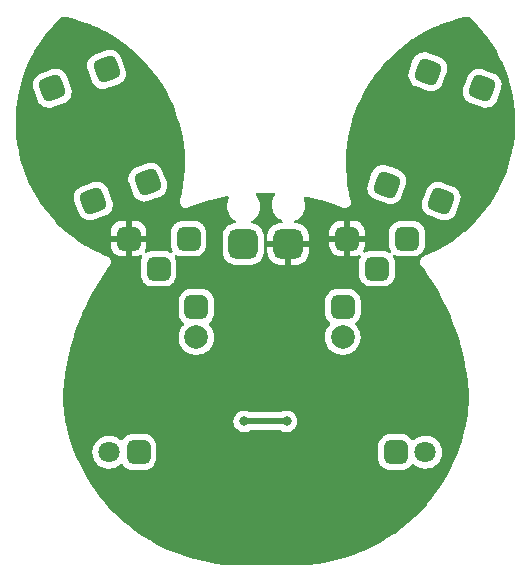
<source format=gbr>
%TF.GenerationSoftware,KiCad,Pcbnew,6.0.2+dfsg-1*%
%TF.CreationDate,2023-03-08T14:33:37+01:00*%
%TF.ProjectId,bunny,62756e6e-792e-46b6-9963-61645f706362,rev?*%
%TF.SameCoordinates,Original*%
%TF.FileFunction,Copper,L1,Top*%
%TF.FilePolarity,Positive*%
%FSLAX46Y46*%
G04 Gerber Fmt 4.6, Leading zero omitted, Abs format (unit mm)*
G04 Created by KiCad (PCBNEW 6.0.2+dfsg-1) date 2023-03-08 14:33:37*
%MOMM*%
%LPD*%
G01*
G04 APERTURE LIST*
G04 Aperture macros list*
%AMRoundRect*
0 Rectangle with rounded corners*
0 $1 Rounding radius*
0 $2 $3 $4 $5 $6 $7 $8 $9 X,Y pos of 4 corners*
0 Add a 4 corners polygon primitive as box body*
4,1,4,$2,$3,$4,$5,$6,$7,$8,$9,$2,$3,0*
0 Add four circle primitives for the rounded corners*
1,1,$1+$1,$2,$3*
1,1,$1+$1,$4,$5*
1,1,$1+$1,$6,$7*
1,1,$1+$1,$8,$9*
0 Add four rect primitives between the rounded corners*
20,1,$1+$1,$2,$3,$4,$5,0*
20,1,$1+$1,$4,$5,$6,$7,0*
20,1,$1+$1,$6,$7,$8,$9,0*
20,1,$1+$1,$8,$9,$2,$3,0*%
G04 Aperture macros list end*
%TA.AperFunction,ComponentPad*%
%ADD10RoundRect,0.625000X0.625000X-0.625000X0.625000X0.625000X-0.625000X0.625000X-0.625000X-0.625000X0*%
%TD*%
%TA.AperFunction,ComponentPad*%
%ADD11RoundRect,0.500000X0.500000X0.500000X-0.500000X0.500000X-0.500000X-0.500000X0.500000X-0.500000X0*%
%TD*%
%TA.AperFunction,ComponentPad*%
%ADD12RoundRect,0.500000X-0.500000X-0.500000X0.500000X-0.500000X0.500000X0.500000X-0.500000X0.500000X0*%
%TD*%
%TA.AperFunction,ComponentPad*%
%ADD13C,1.800000*%
%TD*%
%TA.AperFunction,ComponentPad*%
%ADD14RoundRect,0.500000X-0.500000X0.500000X-0.500000X-0.500000X0.500000X-0.500000X0.500000X0.500000X0*%
%TD*%
%TA.AperFunction,ComponentPad*%
%ADD15C,2.000000*%
%TD*%
%TA.AperFunction,ComponentPad*%
%ADD16RoundRect,0.500000X-0.298836X0.640856X-0.640856X-0.298836X0.298836X-0.640856X0.640856X0.298836X0*%
%TD*%
%TA.AperFunction,ComponentPad*%
%ADD17RoundRect,0.500000X-0.640856X0.298836X-0.298836X-0.640856X0.640856X-0.298836X0.298836X0.640856X0*%
%TD*%
%TA.AperFunction,ViaPad*%
%ADD18C,0.800000*%
%TD*%
%TA.AperFunction,Conductor*%
%ADD19C,0.500000*%
%TD*%
G04 APERTURE END LIST*
D10*
%TO.P,J1,1,Pin_1*%
%TO.N,+3V0*%
X144167500Y-67187500D03*
%TO.P,J1,2,Pin_2*%
%TO.N,GND*%
X147977500Y-67187500D03*
%TD*%
D11*
%TO.P,Q2,1,C*%
%TO.N,Net-(C1-Pad1)*%
X158040000Y-66730000D03*
%TO.P,Q2,2,B*%
%TO.N,Net-(C2-Pad2)*%
X155500000Y-69270000D03*
%TO.P,Q2,3,E*%
%TO.N,GND*%
X152960000Y-66730000D03*
%TD*%
%TO.P,Q1,1,C*%
%TO.N,Net-(C2-Pad1)*%
X139540000Y-66730000D03*
%TO.P,Q1,2,B*%
%TO.N,Net-(C1-Pad2)*%
X137000000Y-69270000D03*
%TO.P,Q1,3,E*%
%TO.N,GND*%
X134460000Y-66730000D03*
%TD*%
D12*
%TO.P,C2,1*%
%TO.N,Net-(C2-Pad1)*%
X157100000Y-84800000D03*
D13*
%TO.P,C2,2*%
%TO.N,Net-(C2-Pad2)*%
X159600000Y-84800000D03*
%TD*%
D14*
%TO.P,D2,1,K*%
%TO.N,Net-(C1-Pad1)*%
X152600000Y-72525000D03*
D15*
%TO.P,D2,2,A*%
%TO.N,Net-(D2-Pad2)*%
X152600000Y-75065000D03*
%TD*%
%TO.P,D1,2,A*%
%TO.N,Net-(D1-Pad2)*%
X140200000Y-75065000D03*
D14*
%TO.P,D1,1,K*%
%TO.N,Net-(C2-Pad1)*%
X140200000Y-72525000D03*
%TD*%
D16*
%TO.P,R4,1*%
%TO.N,+3V0*%
X164400000Y-54000000D03*
%TO.P,R4,2*%
%TO.N,Net-(D2-Pad2)*%
X160925075Y-63547277D03*
%TD*%
D17*
%TO.P,R1,1*%
%TO.N,+3V0*%
X128000000Y-54000000D03*
%TO.P,R1,2*%
%TO.N,Net-(D1-Pad2)*%
X131474925Y-63547277D03*
%TD*%
D16*
%TO.P,R3,1*%
%TO.N,+3V0*%
X159800000Y-52600000D03*
%TO.P,R3,2*%
%TO.N,Net-(C2-Pad2)*%
X156325075Y-62147277D03*
%TD*%
D17*
%TO.P,R2,1*%
%TO.N,+3V0*%
X132600000Y-52400000D03*
%TO.P,R2,2*%
%TO.N,Net-(C1-Pad2)*%
X136074925Y-61947277D03*
%TD*%
D11*
%TO.P,C1,1*%
%TO.N,Net-(C1-Pad1)*%
X135305113Y-84800000D03*
D13*
%TO.P,C1,2*%
%TO.N,Net-(C1-Pad2)*%
X132805113Y-84800000D03*
%TD*%
D18*
%TO.N,Net-(C1-Pad1)*%
X144250000Y-82200000D03*
X147850000Y-82200000D03*
%TD*%
D19*
%TO.N,Net-(C1-Pad1)*%
X147850000Y-82200000D02*
X144250000Y-82200000D01*
%TD*%
%TA.AperFunction,Conductor*%
%TO.N,GND*%
G36*
X129235608Y-47996313D02*
G01*
X129242227Y-47997730D01*
X129277014Y-48006160D01*
X129895674Y-48156082D01*
X129902208Y-48157853D01*
X130097177Y-48216349D01*
X130546202Y-48351070D01*
X130552605Y-48353180D01*
X131185309Y-48580713D01*
X131191598Y-48583168D01*
X131467405Y-48699437D01*
X131811144Y-48844344D01*
X131817310Y-48847140D01*
X131917823Y-48896027D01*
X132421967Y-49141231D01*
X132427951Y-49144343D01*
X133015925Y-49470477D01*
X133021731Y-49473905D01*
X133591337Y-49831146D01*
X133596960Y-49834886D01*
X134146558Y-50222205D01*
X134151985Y-50226252D01*
X134679978Y-50642523D01*
X134685180Y-50646856D01*
X134911168Y-50845609D01*
X135190067Y-51090897D01*
X135195007Y-51095483D01*
X135675299Y-51565983D01*
X135679998Y-51570839D01*
X135799832Y-51701564D01*
X136134345Y-52066477D01*
X136138784Y-52071589D01*
X136301600Y-52269575D01*
X136565842Y-52590898D01*
X136569980Y-52596214D01*
X136968556Y-53137744D01*
X136972406Y-53143282D01*
X137341295Y-53705402D01*
X137344856Y-53711159D01*
X137683023Y-54292278D01*
X137686269Y-54298218D01*
X137992734Y-54896657D01*
X137995657Y-54902764D01*
X138269534Y-55516791D01*
X138272125Y-55523045D01*
X138512636Y-56150918D01*
X138514887Y-56157303D01*
X138682798Y-56677754D01*
X138721324Y-56797169D01*
X138723229Y-56803665D01*
X138895004Y-57453712D01*
X138896557Y-57460299D01*
X139033171Y-58118637D01*
X139034365Y-58125282D01*
X139135423Y-58790001D01*
X139136260Y-58796719D01*
X139201470Y-59465901D01*
X139201945Y-59472654D01*
X139231119Y-60144361D01*
X139231231Y-60151129D01*
X139224287Y-60823430D01*
X139224036Y-60830196D01*
X139180990Y-61501187D01*
X139180375Y-61507928D01*
X139101357Y-62175610D01*
X139100381Y-62182310D01*
X138985611Y-62844809D01*
X138984282Y-62851421D01*
X138846273Y-63453661D01*
X138843771Y-63462354D01*
X138840494Y-63468689D01*
X138838773Y-63477498D01*
X138835831Y-63485945D01*
X138833488Y-63494602D01*
X138829939Y-63502844D01*
X138828846Y-63511750D01*
X138823917Y-63551915D01*
X138822519Y-63560720D01*
X138813038Y-63609256D01*
X138813860Y-63618203D01*
X138813407Y-63627147D01*
X138813587Y-63636089D01*
X138812493Y-63645000D01*
X138820486Y-63693786D01*
X138821615Y-63702630D01*
X138826139Y-63751878D01*
X138829435Y-63760225D01*
X138831512Y-63768944D01*
X138834198Y-63777485D01*
X138835648Y-63786339D01*
X138857023Y-63830944D01*
X138860573Y-63839080D01*
X138878742Y-63885092D01*
X138884254Y-63892186D01*
X138888688Y-63899960D01*
X138893660Y-63907402D01*
X138897540Y-63915498D01*
X138903532Y-63922175D01*
X138903537Y-63922183D01*
X138930566Y-63952303D01*
X138936282Y-63959145D01*
X138961108Y-63991095D01*
X138961112Y-63991099D01*
X138966619Y-63998186D01*
X138973896Y-64003444D01*
X138980343Y-64009670D01*
X138987201Y-64015414D01*
X138993196Y-64022095D01*
X139000824Y-64026824D01*
X139035221Y-64048149D01*
X139042627Y-64053111D01*
X139082706Y-64082072D01*
X139091166Y-64085076D01*
X139099090Y-64089237D01*
X139107298Y-64092831D01*
X139114925Y-64097559D01*
X139151927Y-64107818D01*
X139162570Y-64110769D01*
X139171068Y-64113452D01*
X139178396Y-64116054D01*
X139209214Y-64126999D01*
X139209216Y-64126999D01*
X139217671Y-64130002D01*
X139226628Y-64130511D01*
X139235418Y-64132284D01*
X139244291Y-64133428D01*
X139252941Y-64135826D01*
X139261917Y-64135700D01*
X139302387Y-64135132D01*
X139311304Y-64135323D01*
X139351697Y-64137619D01*
X139351701Y-64137619D01*
X139360663Y-64138128D01*
X139369409Y-64136101D01*
X139378322Y-64135337D01*
X139387176Y-64133942D01*
X139396151Y-64133816D01*
X139404732Y-64131176D01*
X139404736Y-64131175D01*
X139443414Y-64119274D01*
X139452019Y-64116956D01*
X139467133Y-64113453D01*
X139500188Y-64105792D01*
X139508009Y-64101395D01*
X139516363Y-64098155D01*
X139524462Y-64094334D01*
X139533039Y-64091695D01*
X139540533Y-64086753D01*
X139548651Y-64082923D01*
X139548857Y-64083360D01*
X139559865Y-64077751D01*
X139973531Y-63922183D01*
X140239833Y-63822034D01*
X140245153Y-63820169D01*
X140989962Y-63577683D01*
X140995383Y-63576052D01*
X141750339Y-63367289D01*
X141755808Y-63365908D01*
X142435284Y-63210522D01*
X142519378Y-63191291D01*
X142524927Y-63190152D01*
X142718040Y-63155040D01*
X142843087Y-63132304D01*
X142913686Y-63139798D01*
X142969027Y-63184271D01*
X142991539Y-63251604D01*
X142977944Y-63313374D01*
X142897705Y-63471193D01*
X142896124Y-63476284D01*
X142896123Y-63476287D01*
X142840988Y-63653853D01*
X142827225Y-63698176D01*
X142826524Y-63703465D01*
X142809951Y-63828506D01*
X142795996Y-63933789D01*
X142796196Y-63939118D01*
X142796196Y-63939119D01*
X142798414Y-63998186D01*
X142804913Y-64171295D01*
X142853719Y-64403904D01*
X142855677Y-64408863D01*
X142855678Y-64408865D01*
X142927646Y-64591097D01*
X142941020Y-64624963D01*
X143064319Y-64828153D01*
X143067816Y-64832183D01*
X143212363Y-64998759D01*
X143220090Y-65007664D01*
X143224216Y-65011047D01*
X143224220Y-65011051D01*
X143322614Y-65091728D01*
X143403880Y-65158362D01*
X143465252Y-65193297D01*
X143483099Y-65203456D01*
X143532405Y-65254539D01*
X143546266Y-65324169D01*
X143520282Y-65390240D01*
X143462703Y-65431774D01*
X143428537Y-65438718D01*
X143406671Y-65440069D01*
X143401930Y-65441107D01*
X143205430Y-65484130D01*
X143196875Y-65486003D01*
X143096644Y-65529066D01*
X143007236Y-65567479D01*
X142999550Y-65570781D01*
X142821816Y-65691342D01*
X142670086Y-65843337D01*
X142549835Y-66021281D01*
X142547479Y-66026790D01*
X142547479Y-66026791D01*
X142481481Y-66181148D01*
X142465402Y-66218754D01*
X142464130Y-66224614D01*
X142421060Y-66422980D01*
X142419833Y-66428630D01*
X142419544Y-66433492D01*
X142419544Y-66433493D01*
X142417150Y-66473799D01*
X142417000Y-66476317D01*
X142417001Y-67898682D01*
X142420069Y-67948329D01*
X142421107Y-67953070D01*
X142421305Y-67953972D01*
X142466003Y-68158125D01*
X142500287Y-68237923D01*
X142542938Y-68337194D01*
X142550781Y-68355450D01*
X142671342Y-68533184D01*
X142823337Y-68684914D01*
X142938829Y-68762961D01*
X142996025Y-68801613D01*
X143001281Y-68805165D01*
X143006790Y-68807521D01*
X143006791Y-68807521D01*
X143188487Y-68885208D01*
X143198754Y-68889598D01*
X143312559Y-68914308D01*
X143403871Y-68934134D01*
X143403875Y-68934135D01*
X143408630Y-68935167D01*
X143413492Y-68935456D01*
X143413493Y-68935456D01*
X143454459Y-68937890D01*
X143454472Y-68937890D01*
X143456317Y-68938000D01*
X144150856Y-68938000D01*
X144878682Y-68937999D01*
X144880622Y-68937879D01*
X144880626Y-68937879D01*
X144896807Y-68936879D01*
X144928329Y-68934931D01*
X145020845Y-68914675D01*
X145132270Y-68890279D01*
X145132271Y-68890279D01*
X145138125Y-68888997D01*
X145312363Y-68814138D01*
X145329941Y-68806586D01*
X145329942Y-68806585D01*
X145335450Y-68804219D01*
X145513184Y-68683658D01*
X145664914Y-68531663D01*
X145775211Y-68368449D01*
X145781810Y-68358684D01*
X145781811Y-68358682D01*
X145785165Y-68353719D01*
X145789906Y-68342632D01*
X145867240Y-68161761D01*
X145869598Y-68156246D01*
X145906299Y-67987212D01*
X145914134Y-67951129D01*
X145914135Y-67951125D01*
X145915167Y-67946370D01*
X145916974Y-67915959D01*
X145917890Y-67900541D01*
X145917890Y-67900528D01*
X145918000Y-67898683D01*
X145918000Y-67897307D01*
X146219501Y-67897307D01*
X146219621Y-67901201D01*
X146222290Y-67944393D01*
X146223626Y-67953972D01*
X146267548Y-68154573D01*
X146271195Y-68165932D01*
X146351806Y-68353559D01*
X146357541Y-68364033D01*
X146472169Y-68533022D01*
X146479782Y-68542224D01*
X146624302Y-68686492D01*
X146633515Y-68694087D01*
X146802706Y-68808422D01*
X146813190Y-68814138D01*
X147000950Y-68894418D01*
X147012321Y-68898047D01*
X147212980Y-68941615D01*
X147222600Y-68942937D01*
X147263887Y-68945390D01*
X147267602Y-68945500D01*
X147705385Y-68945500D01*
X147720624Y-68941025D01*
X147721829Y-68939635D01*
X147723500Y-68931952D01*
X147723500Y-68927384D01*
X148231500Y-68927384D01*
X148235975Y-68942623D01*
X148237365Y-68943828D01*
X148245048Y-68945499D01*
X148687307Y-68945499D01*
X148691201Y-68945379D01*
X148734393Y-68942710D01*
X148743972Y-68941374D01*
X148944573Y-68897452D01*
X148955932Y-68893805D01*
X149143559Y-68813194D01*
X149154033Y-68807459D01*
X149323022Y-68692831D01*
X149332224Y-68685218D01*
X149476492Y-68540698D01*
X149484087Y-68531485D01*
X149598422Y-68362294D01*
X149604138Y-68351810D01*
X149684418Y-68164050D01*
X149688047Y-68152679D01*
X149731615Y-67952020D01*
X149732937Y-67942400D01*
X149735390Y-67901113D01*
X149735500Y-67897398D01*
X149735500Y-67459615D01*
X149731025Y-67444376D01*
X149729635Y-67443171D01*
X149721952Y-67441500D01*
X148249615Y-67441500D01*
X148234376Y-67445975D01*
X148233171Y-67447365D01*
X148231500Y-67455048D01*
X148231500Y-68927384D01*
X147723500Y-68927384D01*
X147723500Y-67459615D01*
X147719025Y-67444376D01*
X147717635Y-67443171D01*
X147709952Y-67441500D01*
X146237616Y-67441500D01*
X146222377Y-67445975D01*
X146221172Y-67447365D01*
X146219501Y-67455048D01*
X146219501Y-67897307D01*
X145918000Y-67897307D01*
X145918000Y-67324681D01*
X151452000Y-67324681D01*
X151452077Y-67327733D01*
X151453233Y-67336945D01*
X151490162Y-67520091D01*
X151493752Y-67531833D01*
X151564978Y-67702943D01*
X151570778Y-67713759D01*
X151673885Y-67867779D01*
X151681678Y-67877266D01*
X151812734Y-68008322D01*
X151822221Y-68016115D01*
X151976241Y-68119222D01*
X151987057Y-68125022D01*
X152158167Y-68196248D01*
X152169909Y-68199838D01*
X152353055Y-68236767D01*
X152362267Y-68237923D01*
X152365319Y-68238000D01*
X152687885Y-68238000D01*
X152703124Y-68233525D01*
X152704329Y-68232135D01*
X152706000Y-68224452D01*
X152706000Y-68219885D01*
X153214000Y-68219885D01*
X153218475Y-68235124D01*
X153219865Y-68236329D01*
X153227548Y-68238000D01*
X153554681Y-68238000D01*
X153557733Y-68237923D01*
X153566945Y-68236767D01*
X153750091Y-68199838D01*
X153761833Y-68196248D01*
X153932943Y-68125022D01*
X153943755Y-68119224D01*
X153944473Y-68118744D01*
X153944903Y-68118609D01*
X153949189Y-68116311D01*
X153949626Y-68117126D01*
X154012208Y-68097472D01*
X154080691Y-68116197D01*
X154128179Y-68168974D01*
X154139595Y-68239046D01*
X154126225Y-68281826D01*
X154069218Y-68390869D01*
X154069216Y-68390873D01*
X154066259Y-68396530D01*
X154010234Y-68591913D01*
X154009701Y-68597886D01*
X154001907Y-68685218D01*
X153999500Y-68712184D01*
X153999500Y-69827816D01*
X154010234Y-69948087D01*
X154066259Y-70143470D01*
X154160427Y-70323596D01*
X154164458Y-70328539D01*
X154164459Y-70328540D01*
X154214994Y-70390502D01*
X154288891Y-70481109D01*
X154446404Y-70609573D01*
X154626530Y-70703741D01*
X154821913Y-70759766D01*
X154853545Y-70762589D01*
X154939391Y-70770251D01*
X154939397Y-70770251D01*
X154942184Y-70770500D01*
X156057816Y-70770500D01*
X156060603Y-70770251D01*
X156060609Y-70770251D01*
X156146455Y-70762589D01*
X156178087Y-70759766D01*
X156373470Y-70703741D01*
X156553596Y-70609573D01*
X156711109Y-70481109D01*
X156785006Y-70390502D01*
X156835541Y-70328540D01*
X156835542Y-70328539D01*
X156839573Y-70323596D01*
X156933741Y-70143470D01*
X156989766Y-69948087D01*
X157000500Y-69827816D01*
X157000500Y-68712184D01*
X156998094Y-68685218D01*
X156990299Y-68597886D01*
X156989766Y-68591913D01*
X156933741Y-68396530D01*
X156930784Y-68390873D01*
X156930782Y-68390869D01*
X156864996Y-68265033D01*
X156851161Y-68195397D01*
X156877171Y-68129336D01*
X156934767Y-68087824D01*
X157005662Y-68084041D01*
X157035033Y-68094996D01*
X157160869Y-68160782D01*
X157160872Y-68160783D01*
X157166530Y-68163741D01*
X157361913Y-68219766D01*
X157393545Y-68222589D01*
X157479391Y-68230251D01*
X157479397Y-68230251D01*
X157482184Y-68230500D01*
X158597816Y-68230500D01*
X158600603Y-68230251D01*
X158600609Y-68230251D01*
X158686455Y-68222589D01*
X158718087Y-68219766D01*
X158913470Y-68163741D01*
X159093596Y-68069573D01*
X159106694Y-68058891D01*
X159246169Y-67945138D01*
X159251109Y-67941109D01*
X159285711Y-67898683D01*
X159375541Y-67788540D01*
X159375542Y-67788539D01*
X159379573Y-67783596D01*
X159394231Y-67755559D01*
X159404996Y-67734967D01*
X159473741Y-67603470D01*
X159529766Y-67408087D01*
X159536115Y-67336945D01*
X159540251Y-67290609D01*
X159540251Y-67290603D01*
X159540500Y-67287816D01*
X159540500Y-66172184D01*
X159536938Y-66132267D01*
X159530299Y-66057886D01*
X159529766Y-66051913D01*
X159473741Y-65856530D01*
X159388939Y-65694319D01*
X159382529Y-65682058D01*
X159382528Y-65682057D01*
X159379573Y-65676404D01*
X159290002Y-65566578D01*
X159255138Y-65523831D01*
X159251109Y-65518891D01*
X159213684Y-65488368D01*
X159098540Y-65394459D01*
X159098539Y-65394458D01*
X159093596Y-65390427D01*
X159084113Y-65385469D01*
X159011607Y-65347564D01*
X158913470Y-65296259D01*
X158718087Y-65240234D01*
X158686455Y-65237411D01*
X158600609Y-65229749D01*
X158600603Y-65229749D01*
X158597816Y-65229500D01*
X157482184Y-65229500D01*
X157479397Y-65229749D01*
X157479391Y-65229749D01*
X157393545Y-65237411D01*
X157361913Y-65240234D01*
X157166530Y-65296259D01*
X157068393Y-65347564D01*
X156995888Y-65385469D01*
X156986404Y-65390427D01*
X156981461Y-65394458D01*
X156981460Y-65394459D01*
X156866316Y-65488368D01*
X156828891Y-65518891D01*
X156824862Y-65523831D01*
X156789999Y-65566578D01*
X156700427Y-65676404D01*
X156697472Y-65682057D01*
X156697471Y-65682058D01*
X156691061Y-65694319D01*
X156606259Y-65856530D01*
X156550234Y-66051913D01*
X156549701Y-66057886D01*
X156543063Y-66132267D01*
X156539500Y-66172184D01*
X156539500Y-67287816D01*
X156539749Y-67290603D01*
X156539749Y-67290609D01*
X156543885Y-67336945D01*
X156550234Y-67408087D01*
X156606259Y-67603470D01*
X156609216Y-67609127D01*
X156609218Y-67609131D01*
X156675004Y-67734967D01*
X156688839Y-67804603D01*
X156662829Y-67870664D01*
X156605233Y-67912176D01*
X156534338Y-67915959D01*
X156504967Y-67905004D01*
X156379131Y-67839218D01*
X156379127Y-67839216D01*
X156373470Y-67836259D01*
X156178087Y-67780234D01*
X156146455Y-67777411D01*
X156060609Y-67769749D01*
X156060603Y-67769749D01*
X156057816Y-67769500D01*
X154942184Y-67769500D01*
X154939397Y-67769749D01*
X154939391Y-67769749D01*
X154853545Y-67777411D01*
X154821913Y-67780234D01*
X154626530Y-67836259D01*
X154620873Y-67839216D01*
X154620869Y-67839218D01*
X154511826Y-67896225D01*
X154442190Y-67910060D01*
X154376129Y-67884050D01*
X154334617Y-67826455D01*
X154330834Y-67755559D01*
X154346617Y-67719353D01*
X154346311Y-67719189D01*
X154348328Y-67715427D01*
X154348744Y-67714473D01*
X154349224Y-67713755D01*
X154355022Y-67702943D01*
X154426248Y-67531833D01*
X154429838Y-67520091D01*
X154466767Y-67336945D01*
X154467923Y-67327733D01*
X154468000Y-67324681D01*
X154468000Y-67002115D01*
X154463525Y-66986876D01*
X154462135Y-66985671D01*
X154454452Y-66984000D01*
X153232115Y-66984000D01*
X153216876Y-66988475D01*
X153215671Y-66989865D01*
X153214000Y-66997548D01*
X153214000Y-68219885D01*
X152706000Y-68219885D01*
X152706000Y-67002115D01*
X152701525Y-66986876D01*
X152700135Y-66985671D01*
X152692452Y-66984000D01*
X151470115Y-66984000D01*
X151454876Y-66988475D01*
X151453671Y-66989865D01*
X151452000Y-66997548D01*
X151452000Y-67324681D01*
X145918000Y-67324681D01*
X145917999Y-66476318D01*
X145914931Y-66426671D01*
X145913893Y-66421930D01*
X145870279Y-66222730D01*
X145870279Y-66222729D01*
X145868997Y-66216875D01*
X145784219Y-66019550D01*
X145663658Y-65841816D01*
X145511663Y-65690086D01*
X145333719Y-65569835D01*
X145326102Y-65566578D01*
X145141761Y-65487760D01*
X145136246Y-65485402D01*
X144944929Y-65443863D01*
X144882605Y-65409863D01*
X144848555Y-65347564D01*
X144853592Y-65276746D01*
X144901298Y-65216212D01*
X145003938Y-65147110D01*
X145080732Y-65095409D01*
X145252705Y-64931355D01*
X145394579Y-64740670D01*
X145502295Y-64528807D01*
X145505031Y-64519998D01*
X145571193Y-64306919D01*
X145572775Y-64301824D01*
X145583507Y-64220852D01*
X145603304Y-64071494D01*
X145603304Y-64071491D01*
X145604004Y-64066211D01*
X145595087Y-63828705D01*
X145546281Y-63596096D01*
X145539742Y-63579538D01*
X145460941Y-63380002D01*
X145460940Y-63380000D01*
X145458980Y-63375037D01*
X145453822Y-63366536D01*
X145352387Y-63199377D01*
X145335681Y-63171847D01*
X145321097Y-63155040D01*
X145238816Y-63060219D01*
X145209277Y-62995659D01*
X145219331Y-62925378D01*
X145265786Y-62871689D01*
X145328317Y-62851766D01*
X145632249Y-62838091D01*
X145651238Y-62837237D01*
X145656901Y-62837110D01*
X146440165Y-62837110D01*
X146445829Y-62837237D01*
X146788554Y-62852658D01*
X146855706Y-62875702D01*
X146899741Y-62931393D01*
X146906675Y-63002051D01*
X146883979Y-63053743D01*
X146808612Y-63155040D01*
X146808608Y-63155047D01*
X146805421Y-63159330D01*
X146697705Y-63371193D01*
X146696124Y-63376284D01*
X146696123Y-63376287D01*
X146637739Y-63564315D01*
X146627225Y-63598176D01*
X146626524Y-63603465D01*
X146598605Y-63814108D01*
X146595996Y-63833789D01*
X146596196Y-63839118D01*
X146596196Y-63839119D01*
X146598322Y-63895738D01*
X146604913Y-64071295D01*
X146653719Y-64303904D01*
X146655677Y-64308863D01*
X146655678Y-64308865D01*
X146704925Y-64433564D01*
X146741020Y-64524963D01*
X146743787Y-64529522D01*
X146743788Y-64529525D01*
X146786287Y-64599561D01*
X146864319Y-64728153D01*
X146867816Y-64732183D01*
X146897596Y-64766501D01*
X147020090Y-64907664D01*
X147024216Y-64911047D01*
X147024220Y-64911051D01*
X147142049Y-65007664D01*
X147203880Y-65058362D01*
X147208516Y-65061001D01*
X147208519Y-65061003D01*
X147268962Y-65095409D01*
X147410433Y-65175939D01*
X147432629Y-65183996D01*
X147435566Y-65185062D01*
X147492774Y-65227107D01*
X147518169Y-65293407D01*
X147503689Y-65362911D01*
X147453930Y-65413553D01*
X147392574Y-65429501D01*
X147267694Y-65429501D01*
X147263799Y-65429621D01*
X147220607Y-65432290D01*
X147211028Y-65433626D01*
X147010427Y-65477548D01*
X146999068Y-65481195D01*
X146811441Y-65561806D01*
X146800967Y-65567541D01*
X146631978Y-65682169D01*
X146622776Y-65689782D01*
X146478508Y-65834302D01*
X146470913Y-65843515D01*
X146356578Y-66012706D01*
X146350862Y-66023190D01*
X146270582Y-66210950D01*
X146266953Y-66222321D01*
X146223385Y-66422980D01*
X146222063Y-66432600D01*
X146219610Y-66473887D01*
X146219500Y-66477602D01*
X146219500Y-66915385D01*
X146223975Y-66930624D01*
X146225365Y-66931829D01*
X146233048Y-66933500D01*
X149717384Y-66933500D01*
X149732623Y-66929025D01*
X149733828Y-66927635D01*
X149735499Y-66919952D01*
X149735499Y-66477694D01*
X149735379Y-66473799D01*
X149734396Y-66457885D01*
X151452000Y-66457885D01*
X151456475Y-66473124D01*
X151457865Y-66474329D01*
X151465548Y-66476000D01*
X152687885Y-66476000D01*
X152703124Y-66471525D01*
X152704329Y-66470135D01*
X152706000Y-66462452D01*
X152706000Y-66457885D01*
X153214000Y-66457885D01*
X153218475Y-66473124D01*
X153219865Y-66474329D01*
X153227548Y-66476000D01*
X154449885Y-66476000D01*
X154465124Y-66471525D01*
X154466329Y-66470135D01*
X154468000Y-66462452D01*
X154468000Y-66135319D01*
X154467923Y-66132267D01*
X154466767Y-66123055D01*
X154429838Y-65939909D01*
X154426248Y-65928167D01*
X154355022Y-65757057D01*
X154349222Y-65746241D01*
X154246115Y-65592221D01*
X154238322Y-65582734D01*
X154107266Y-65451678D01*
X154097779Y-65443885D01*
X153943759Y-65340778D01*
X153932943Y-65334978D01*
X153761833Y-65263752D01*
X153750091Y-65260162D01*
X153566945Y-65223233D01*
X153557733Y-65222077D01*
X153554681Y-65222000D01*
X153232115Y-65222000D01*
X153216876Y-65226475D01*
X153215671Y-65227865D01*
X153214000Y-65235548D01*
X153214000Y-66457885D01*
X152706000Y-66457885D01*
X152706000Y-65240115D01*
X152701525Y-65224876D01*
X152700135Y-65223671D01*
X152692452Y-65222000D01*
X152365319Y-65222000D01*
X152362267Y-65222077D01*
X152353055Y-65223233D01*
X152169909Y-65260162D01*
X152158167Y-65263752D01*
X151987057Y-65334978D01*
X151976241Y-65340778D01*
X151822221Y-65443885D01*
X151812734Y-65451678D01*
X151681678Y-65582734D01*
X151673885Y-65592221D01*
X151570778Y-65746241D01*
X151564978Y-65757057D01*
X151493752Y-65928167D01*
X151490162Y-65939909D01*
X151453233Y-66123055D01*
X151452077Y-66132267D01*
X151452000Y-66135319D01*
X151452000Y-66457885D01*
X149734396Y-66457885D01*
X149732710Y-66430607D01*
X149731374Y-66421028D01*
X149687452Y-66220427D01*
X149683805Y-66209068D01*
X149603194Y-66021441D01*
X149597459Y-66010967D01*
X149482831Y-65841978D01*
X149475218Y-65832776D01*
X149330698Y-65688508D01*
X149321485Y-65680913D01*
X149152294Y-65566578D01*
X149141810Y-65560862D01*
X148954050Y-65480582D01*
X148942679Y-65476953D01*
X148742020Y-65433385D01*
X148732400Y-65432063D01*
X148691113Y-65429610D01*
X148687398Y-65429500D01*
X148601077Y-65429500D01*
X148532956Y-65409498D01*
X148486463Y-65355842D01*
X148476359Y-65285568D01*
X148505853Y-65220988D01*
X148549327Y-65188618D01*
X148678711Y-65130335D01*
X148678716Y-65130332D01*
X148683576Y-65128143D01*
X148880732Y-64995409D01*
X148885151Y-64991194D01*
X148969162Y-64911051D01*
X149052705Y-64831355D01*
X149194579Y-64640670D01*
X149302295Y-64428807D01*
X149341079Y-64303904D01*
X149371193Y-64206919D01*
X149372775Y-64201824D01*
X149377528Y-64165964D01*
X149403304Y-63971494D01*
X149403304Y-63971491D01*
X149404004Y-63966211D01*
X149403607Y-63955622D01*
X149398834Y-63828506D01*
X149395087Y-63728705D01*
X149346281Y-63496096D01*
X149335458Y-63468689D01*
X149313713Y-63413628D01*
X149281884Y-63333033D01*
X149275466Y-63262328D01*
X149308293Y-63199377D01*
X149369943Y-63164166D01*
X149421616Y-63162784D01*
X149572139Y-63190152D01*
X149577688Y-63191291D01*
X149661782Y-63210522D01*
X150341258Y-63365908D01*
X150346727Y-63367289D01*
X151101683Y-63576052D01*
X151107104Y-63577683D01*
X151851913Y-63820169D01*
X151857233Y-63822034D01*
X152005257Y-63877702D01*
X152537134Y-64077726D01*
X152546494Y-64081821D01*
X152552929Y-64086294D01*
X152561443Y-64089143D01*
X152569426Y-64093150D01*
X152577707Y-64096597D01*
X152585426Y-64101189D01*
X152622606Y-64110769D01*
X152633306Y-64113526D01*
X152641853Y-64116054D01*
X152647561Y-64117964D01*
X152688747Y-64131747D01*
X152697720Y-64132092D01*
X152706533Y-64133702D01*
X152715425Y-64134684D01*
X152724120Y-64136924D01*
X152733092Y-64136634D01*
X152733094Y-64136634D01*
X152749077Y-64136117D01*
X152773546Y-64135325D01*
X152782441Y-64135352D01*
X152814186Y-64136574D01*
X152822896Y-64136909D01*
X152822897Y-64136909D01*
X152831864Y-64137254D01*
X152840568Y-64135068D01*
X152849461Y-64134142D01*
X152858293Y-64132584D01*
X152867267Y-64132294D01*
X152914251Y-64116890D01*
X152922806Y-64114417D01*
X152962072Y-64104557D01*
X152962076Y-64104556D01*
X152970775Y-64102371D01*
X152978515Y-64097831D01*
X152986809Y-64094438D01*
X152994833Y-64090472D01*
X153003363Y-64087675D01*
X153044148Y-64059695D01*
X153051637Y-64054937D01*
X153094311Y-64029904D01*
X153100468Y-64023371D01*
X153107471Y-64017791D01*
X153114063Y-64011729D01*
X153121465Y-64006651D01*
X153128381Y-63998186D01*
X153152750Y-63968359D01*
X153158630Y-63961660D01*
X153186388Y-63932207D01*
X153186389Y-63932206D01*
X153192543Y-63925676D01*
X153196617Y-63917681D01*
X153201771Y-63910362D01*
X153206398Y-63902692D01*
X153212079Y-63895738D01*
X153219716Y-63877702D01*
X159279055Y-63877702D01*
X159290865Y-63966211D01*
X159304913Y-64071494D01*
X159305937Y-64079172D01*
X159372781Y-64271124D01*
X159476858Y-64445713D01*
X159613913Y-64595809D01*
X159778352Y-64715280D01*
X159887698Y-64766501D01*
X160340630Y-64931355D01*
X160933410Y-65147110D01*
X160933420Y-65147113D01*
X160936049Y-65148070D01*
X160938758Y-65148791D01*
X160938765Y-65148793D01*
X161046938Y-65177576D01*
X161046941Y-65177576D01*
X161052738Y-65179119D01*
X161058720Y-65179537D01*
X161058724Y-65179538D01*
X161249130Y-65192852D01*
X161249134Y-65192852D01*
X161255500Y-65193297D01*
X161405355Y-65173302D01*
X161450638Y-65167260D01*
X161450639Y-65167260D01*
X161456970Y-65166415D01*
X161648922Y-65099571D01*
X161823511Y-64995494D01*
X161973607Y-64858439D01*
X162093078Y-64694000D01*
X162144299Y-64584654D01*
X162369394Y-63966211D01*
X162524908Y-63538942D01*
X162524911Y-63538932D01*
X162525868Y-63536303D01*
X162529214Y-63523730D01*
X162555374Y-63425414D01*
X162555374Y-63425411D01*
X162556917Y-63419614D01*
X162558376Y-63398759D01*
X162570650Y-63223222D01*
X162570650Y-63223218D01*
X162571095Y-63216852D01*
X162550196Y-63060219D01*
X162545058Y-63021714D01*
X162545058Y-63021713D01*
X162544213Y-63015382D01*
X162477369Y-62823430D01*
X162373292Y-62648841D01*
X162236237Y-62498745D01*
X162071798Y-62379274D01*
X161962452Y-62328053D01*
X161267031Y-62074940D01*
X160916740Y-61947444D01*
X160916730Y-61947441D01*
X160914101Y-61946484D01*
X160911392Y-61945763D01*
X160911385Y-61945761D01*
X160803212Y-61916978D01*
X160803209Y-61916978D01*
X160797412Y-61915435D01*
X160791430Y-61915017D01*
X160791426Y-61915016D01*
X160601020Y-61901702D01*
X160601016Y-61901702D01*
X160594650Y-61901257D01*
X160455625Y-61919807D01*
X160399512Y-61927294D01*
X160399511Y-61927294D01*
X160393180Y-61928139D01*
X160201228Y-61994983D01*
X160026639Y-62099060D01*
X159876543Y-62236115D01*
X159757072Y-62400554D01*
X159754527Y-62405987D01*
X159720934Y-62477702D01*
X159705851Y-62509900D01*
X159524065Y-63009353D01*
X159325242Y-63555612D01*
X159325239Y-63555622D01*
X159324282Y-63558251D01*
X159323561Y-63560960D01*
X159323559Y-63560967D01*
X159298844Y-63653853D01*
X159293233Y-63674940D01*
X159292815Y-63680922D01*
X159292814Y-63680926D01*
X159280978Y-63850200D01*
X159279055Y-63877702D01*
X153219716Y-63877702D01*
X153231371Y-63850174D01*
X153235125Y-63842116D01*
X153253497Y-63806065D01*
X153253498Y-63806061D01*
X153257572Y-63798067D01*
X153259239Y-63789249D01*
X153262140Y-63780752D01*
X153264422Y-63772112D01*
X153267921Y-63763849D01*
X153273645Y-63714733D01*
X153274991Y-63705915D01*
X153282506Y-63666161D01*
X153282506Y-63666159D01*
X153284174Y-63657336D01*
X153283298Y-63648402D01*
X153283697Y-63639464D01*
X153283462Y-63630505D01*
X153284501Y-63621589D01*
X153276210Y-63572839D01*
X153275029Y-63564014D01*
X153274731Y-63560967D01*
X153272314Y-63536303D01*
X153271082Y-63523730D01*
X153271081Y-63523727D01*
X153270206Y-63514796D01*
X153266860Y-63506472D01*
X153264731Y-63497768D01*
X153261992Y-63489240D01*
X153260488Y-63480394D01*
X153256559Y-63472322D01*
X153253816Y-63463779D01*
X153254435Y-63463580D01*
X153250524Y-63452493D01*
X153112786Y-62851427D01*
X153111452Y-62844791D01*
X153047858Y-62477702D01*
X154679055Y-62477702D01*
X154705937Y-62679172D01*
X154772781Y-62871124D01*
X154876858Y-63045713D01*
X155013913Y-63195809D01*
X155178352Y-63315280D01*
X155287698Y-63366501D01*
X155754225Y-63536303D01*
X156333410Y-63747110D01*
X156333420Y-63747113D01*
X156336049Y-63748070D01*
X156338758Y-63748791D01*
X156338765Y-63748793D01*
X156446938Y-63777576D01*
X156446941Y-63777576D01*
X156452738Y-63779119D01*
X156458720Y-63779537D01*
X156458724Y-63779538D01*
X156649130Y-63792852D01*
X156649134Y-63792852D01*
X156655500Y-63793297D01*
X156804843Y-63773370D01*
X156850638Y-63767260D01*
X156850639Y-63767260D01*
X156856970Y-63766415D01*
X157048922Y-63699571D01*
X157223511Y-63595494D01*
X157373607Y-63458439D01*
X157493078Y-63294000D01*
X157507914Y-63262328D01*
X157543113Y-63187186D01*
X157543114Y-63187185D01*
X157544299Y-63184654D01*
X157793950Y-62498745D01*
X157924908Y-62138942D01*
X157924911Y-62138932D01*
X157925868Y-62136303D01*
X157956917Y-62019614D01*
X157958640Y-61994983D01*
X157970650Y-61823222D01*
X157970650Y-61823218D01*
X157971095Y-61816852D01*
X157944213Y-61615382D01*
X157877369Y-61423430D01*
X157773292Y-61248841D01*
X157636237Y-61098745D01*
X157471798Y-60979274D01*
X157362452Y-60928053D01*
X156724329Y-60695795D01*
X156316740Y-60547444D01*
X156316730Y-60547441D01*
X156314101Y-60546484D01*
X156311392Y-60545763D01*
X156311385Y-60545761D01*
X156203212Y-60516978D01*
X156203209Y-60516978D01*
X156197412Y-60515435D01*
X156191430Y-60515017D01*
X156191426Y-60515016D01*
X156001020Y-60501702D01*
X156001016Y-60501702D01*
X155994650Y-60501257D01*
X155845307Y-60521184D01*
X155799512Y-60527294D01*
X155799511Y-60527294D01*
X155793180Y-60528139D01*
X155601228Y-60594983D01*
X155426639Y-60699060D01*
X155276543Y-60836115D01*
X155157072Y-61000554D01*
X155105851Y-61109900D01*
X154924065Y-61609353D01*
X154725242Y-62155612D01*
X154725239Y-62155622D01*
X154724282Y-62158251D01*
X154723561Y-62160960D01*
X154723559Y-62160967D01*
X154694776Y-62269140D01*
X154693233Y-62274940D01*
X154692815Y-62280922D01*
X154692814Y-62280926D01*
X154679500Y-62471332D01*
X154679055Y-62477702D01*
X153047858Y-62477702D01*
X152996685Y-62182310D01*
X152995709Y-62175610D01*
X152916691Y-61507928D01*
X152916076Y-61501187D01*
X152873030Y-60830196D01*
X152872779Y-60823430D01*
X152865835Y-60151129D01*
X152865947Y-60144361D01*
X152895121Y-59472654D01*
X152895596Y-59465901D01*
X152960806Y-58796719D01*
X152961643Y-58790001D01*
X153062701Y-58125282D01*
X153063895Y-58118637D01*
X153200509Y-57460299D01*
X153202062Y-57453712D01*
X153373837Y-56803665D01*
X153375742Y-56797169D01*
X153414269Y-56677754D01*
X153582179Y-56157303D01*
X153584430Y-56150918D01*
X153824941Y-55523045D01*
X153827532Y-55516791D01*
X154101409Y-54902764D01*
X154104332Y-54896657D01*
X154394304Y-54330425D01*
X162753980Y-54330425D01*
X162780862Y-54531895D01*
X162847706Y-54723847D01*
X162951783Y-54898436D01*
X163088838Y-55048532D01*
X163253277Y-55168003D01*
X163362623Y-55219224D01*
X163927687Y-55424891D01*
X164408335Y-55599833D01*
X164408345Y-55599836D01*
X164410974Y-55600793D01*
X164413683Y-55601514D01*
X164413690Y-55601516D01*
X164521863Y-55630299D01*
X164521866Y-55630299D01*
X164527663Y-55631842D01*
X164533645Y-55632260D01*
X164533649Y-55632261D01*
X164724055Y-55645575D01*
X164724059Y-55645575D01*
X164730425Y-55646020D01*
X164879768Y-55626093D01*
X164925563Y-55619983D01*
X164925564Y-55619983D01*
X164931895Y-55619138D01*
X165123847Y-55552294D01*
X165298436Y-55448217D01*
X165448532Y-55311162D01*
X165568003Y-55146723D01*
X165619224Y-55037377D01*
X165890418Y-54292278D01*
X165999833Y-53991665D01*
X165999836Y-53991655D01*
X166000793Y-53989026D01*
X166021512Y-53911162D01*
X166030299Y-53878137D01*
X166030299Y-53878134D01*
X166031842Y-53872337D01*
X166033301Y-53851482D01*
X166045575Y-53675945D01*
X166045575Y-53675941D01*
X166046020Y-53669575D01*
X166019138Y-53468105D01*
X165952294Y-53276153D01*
X165848217Y-53101564D01*
X165711162Y-52951468D01*
X165546723Y-52831997D01*
X165437377Y-52780776D01*
X164741956Y-52527663D01*
X164391665Y-52400167D01*
X164391655Y-52400164D01*
X164389026Y-52399207D01*
X164386317Y-52398486D01*
X164386310Y-52398484D01*
X164278137Y-52369701D01*
X164278134Y-52369701D01*
X164272337Y-52368158D01*
X164266355Y-52367740D01*
X164266351Y-52367739D01*
X164075945Y-52354425D01*
X164075941Y-52354425D01*
X164069575Y-52353980D01*
X163920232Y-52373907D01*
X163874437Y-52380017D01*
X163874436Y-52380017D01*
X163868105Y-52380862D01*
X163676153Y-52447706D01*
X163501564Y-52551783D01*
X163351468Y-52688838D01*
X163231997Y-52853277D01*
X163229452Y-52858710D01*
X163195859Y-52930425D01*
X163180776Y-52962623D01*
X163003919Y-53448532D01*
X162800167Y-54008335D01*
X162800164Y-54008345D01*
X162799207Y-54010974D01*
X162798486Y-54013683D01*
X162798484Y-54013690D01*
X162790000Y-54045575D01*
X162768158Y-54127663D01*
X162767740Y-54133645D01*
X162767739Y-54133649D01*
X162760981Y-54230299D01*
X162753980Y-54330425D01*
X154394304Y-54330425D01*
X154410797Y-54298218D01*
X154414043Y-54292278D01*
X154752210Y-53711159D01*
X154755771Y-53705402D01*
X155124660Y-53143282D01*
X155128510Y-53137744D01*
X155281101Y-52930425D01*
X158153980Y-52930425D01*
X158180862Y-53131895D01*
X158247706Y-53323847D01*
X158351783Y-53498436D01*
X158488838Y-53648532D01*
X158653277Y-53768003D01*
X158762623Y-53819224D01*
X159229150Y-53989026D01*
X159808335Y-54199833D01*
X159808345Y-54199836D01*
X159810974Y-54200793D01*
X159813683Y-54201514D01*
X159813690Y-54201516D01*
X159921863Y-54230299D01*
X159921866Y-54230299D01*
X159927663Y-54231842D01*
X159933645Y-54232260D01*
X159933649Y-54232261D01*
X160124055Y-54245575D01*
X160124059Y-54245575D01*
X160130425Y-54246020D01*
X160279768Y-54226093D01*
X160325563Y-54219983D01*
X160325564Y-54219983D01*
X160331895Y-54219138D01*
X160523847Y-54152294D01*
X160698436Y-54048217D01*
X160848532Y-53911162D01*
X160968003Y-53746723D01*
X161001158Y-53675945D01*
X161018038Y-53639909D01*
X161018039Y-53639908D01*
X161019224Y-53637377D01*
X161268875Y-52951468D01*
X161399833Y-52591665D01*
X161399836Y-52591655D01*
X161400793Y-52589026D01*
X161431842Y-52472337D01*
X161433565Y-52447706D01*
X161445575Y-52275945D01*
X161445575Y-52275941D01*
X161446020Y-52269575D01*
X161422684Y-52094680D01*
X161419983Y-52074437D01*
X161419983Y-52074436D01*
X161419138Y-52068105D01*
X161352294Y-51876153D01*
X161248217Y-51701564D01*
X161111162Y-51551468D01*
X160946723Y-51431997D01*
X160837377Y-51380776D01*
X160199254Y-51148518D01*
X159791665Y-51000167D01*
X159791655Y-51000164D01*
X159789026Y-50999207D01*
X159786317Y-50998486D01*
X159786310Y-50998484D01*
X159678137Y-50969701D01*
X159678134Y-50969701D01*
X159672337Y-50968158D01*
X159666355Y-50967740D01*
X159666351Y-50967739D01*
X159475945Y-50954425D01*
X159475941Y-50954425D01*
X159469575Y-50953980D01*
X159320232Y-50973907D01*
X159274437Y-50980017D01*
X159274436Y-50980017D01*
X159268105Y-50980862D01*
X159076153Y-51047706D01*
X158901564Y-51151783D01*
X158751468Y-51288838D01*
X158631997Y-51453277D01*
X158580776Y-51562623D01*
X158398990Y-52062076D01*
X158200167Y-52608335D01*
X158200164Y-52608345D01*
X158199207Y-52610974D01*
X158198486Y-52613683D01*
X158198484Y-52613690D01*
X158169701Y-52721863D01*
X158168158Y-52727663D01*
X158167740Y-52733645D01*
X158167739Y-52733649D01*
X158158159Y-52870658D01*
X158153980Y-52930425D01*
X155281101Y-52930425D01*
X155527086Y-52596214D01*
X155531224Y-52590898D01*
X155795466Y-52269575D01*
X155958282Y-52071589D01*
X155962721Y-52066477D01*
X156297234Y-51701564D01*
X156417068Y-51570839D01*
X156421767Y-51565983D01*
X156902059Y-51095483D01*
X156906999Y-51090897D01*
X157185898Y-50845609D01*
X157411886Y-50646856D01*
X157417088Y-50642523D01*
X157945081Y-50226252D01*
X157950508Y-50222205D01*
X158500106Y-49834886D01*
X158505729Y-49831146D01*
X159075335Y-49473905D01*
X159081141Y-49470477D01*
X159669115Y-49144343D01*
X159675099Y-49141231D01*
X160179243Y-48896027D01*
X160279756Y-48847140D01*
X160285922Y-48844344D01*
X160629661Y-48699437D01*
X160905468Y-48583168D01*
X160911757Y-48580713D01*
X161544461Y-48353180D01*
X161550864Y-48351070D01*
X161999889Y-48216349D01*
X162194858Y-48157853D01*
X162201392Y-48156082D01*
X162820052Y-48006160D01*
X162854839Y-47997730D01*
X162861458Y-47996313D01*
X163053653Y-47960542D01*
X163226548Y-47928363D01*
X163297179Y-47935563D01*
X163336021Y-47960542D01*
X163602248Y-48211451D01*
X163607166Y-48216348D01*
X164066254Y-48699452D01*
X164070870Y-48704585D01*
X164444914Y-49144349D01*
X164502652Y-49212231D01*
X164506997Y-49217634D01*
X164699099Y-49470477D01*
X164910172Y-49748291D01*
X164914217Y-49753932D01*
X165287537Y-50305954D01*
X165291266Y-50311809D01*
X165633634Y-50883574D01*
X165637031Y-50889619D01*
X165947407Y-51479393D01*
X165950442Y-51485569D01*
X166128475Y-51874437D01*
X166227858Y-52091514D01*
X166230573Y-52097902D01*
X166474204Y-52718214D01*
X166476562Y-52724742D01*
X166660764Y-53282175D01*
X166685652Y-53357492D01*
X166687644Y-53364126D01*
X166859974Y-54001516D01*
X166861586Y-54007478D01*
X166863209Y-54014213D01*
X166928912Y-54324055D01*
X167001455Y-54666151D01*
X167002707Y-54672979D01*
X167104838Y-55331507D01*
X167105713Y-55338392D01*
X167171429Y-56001575D01*
X167171429Y-56001576D01*
X167171922Y-56008484D01*
X167187894Y-56373976D01*
X167201017Y-56674284D01*
X167201129Y-56681224D01*
X167193517Y-57347613D01*
X167193247Y-57354531D01*
X167186640Y-57453712D01*
X167148951Y-58019484D01*
X167148299Y-58026395D01*
X167067453Y-58687885D01*
X167066422Y-58694749D01*
X166949269Y-59350805D01*
X166947861Y-59357601D01*
X166794765Y-60006187D01*
X166792985Y-60012897D01*
X166604397Y-60652090D01*
X166602250Y-60658690D01*
X166463363Y-61048841D01*
X166378757Y-61286510D01*
X166376254Y-61292974D01*
X166118514Y-61907564D01*
X166115666Y-61913862D01*
X165841779Y-62477702D01*
X165824482Y-62513310D01*
X165821279Y-62519467D01*
X165497527Y-63101970D01*
X165493989Y-63107942D01*
X165138650Y-63671734D01*
X165134805Y-63677478D01*
X164748937Y-64220878D01*
X164744787Y-64226394D01*
X164679104Y-64308865D01*
X164329601Y-64747694D01*
X164325129Y-64753002D01*
X163881874Y-65250641D01*
X163877117Y-65255694D01*
X163833823Y-65299217D01*
X163407137Y-65728161D01*
X163402109Y-65732945D01*
X162906821Y-66178819D01*
X162901536Y-66183320D01*
X162382431Y-66601254D01*
X162376906Y-66605456D01*
X161835604Y-66994150D01*
X161829857Y-66998041D01*
X161267945Y-67356355D01*
X161262006Y-67359917D01*
X160681197Y-67686752D01*
X160675086Y-67689972D01*
X160474866Y-67788540D01*
X160077182Y-67984318D01*
X160070873Y-67987211D01*
X159495517Y-68232078D01*
X159473718Y-68239093D01*
X159458353Y-68242535D01*
X159434964Y-68255460D01*
X159418610Y-68263026D01*
X159393611Y-68272484D01*
X159386447Y-68277887D01*
X159371817Y-68288921D01*
X159356892Y-68298604D01*
X159352543Y-68301007D01*
X159340858Y-68307464D01*
X159340856Y-68307466D01*
X159332998Y-68311808D01*
X159314167Y-68330787D01*
X159300601Y-68342632D01*
X159286429Y-68353320D01*
X159286427Y-68353322D01*
X159279263Y-68358725D01*
X159273901Y-68365925D01*
X159262956Y-68380621D01*
X159251350Y-68394102D01*
X159232124Y-68413480D01*
X159227844Y-68421371D01*
X159219380Y-68436976D01*
X159209683Y-68452154D01*
X159193717Y-68473592D01*
X159190591Y-68482008D01*
X159184212Y-68499181D01*
X159176859Y-68515374D01*
X159163840Y-68539377D01*
X159161947Y-68548153D01*
X159158205Y-68565497D01*
X159153154Y-68582798D01*
X159149769Y-68591913D01*
X159143848Y-68607853D01*
X159143210Y-68616807D01*
X159141908Y-68635078D01*
X159139393Y-68652695D01*
X159133636Y-68679380D01*
X159135560Y-68706054D01*
X159135567Y-68724061D01*
X159133668Y-68750714D01*
X159135568Y-68759483D01*
X159135568Y-68759488D01*
X159139448Y-68777397D01*
X159141977Y-68795007D01*
X159142642Y-68804219D01*
X159143941Y-68822231D01*
X159153269Y-68847279D01*
X159158333Y-68864571D01*
X159163991Y-68890690D01*
X159168277Y-68898577D01*
X159168279Y-68898581D01*
X159177026Y-68914675D01*
X159184396Y-68930866D01*
X159190791Y-68948037D01*
X159193924Y-68956449D01*
X159199292Y-68963644D01*
X159199293Y-68963646D01*
X159209908Y-68977875D01*
X159219621Y-68993048D01*
X159223812Y-69000758D01*
X159232384Y-69016529D01*
X159238712Y-69022896D01*
X159250169Y-69034424D01*
X159262515Y-69048881D01*
X159532488Y-69418173D01*
X159729354Y-69687465D01*
X159732390Y-69691807D01*
X159734288Y-69694647D01*
X160154685Y-70323596D01*
X160191525Y-70378712D01*
X160194366Y-70383163D01*
X160334094Y-70612529D01*
X160624210Y-71088758D01*
X160626871Y-71093340D01*
X161026664Y-71816373D01*
X161029130Y-71821062D01*
X161398180Y-72560280D01*
X161400443Y-72565061D01*
X161564019Y-72930386D01*
X161738088Y-73319145D01*
X161740149Y-73324021D01*
X161754609Y-73360336D01*
X162045791Y-74091632D01*
X162047647Y-74096595D01*
X162320742Y-74876364D01*
X162322388Y-74881401D01*
X162516322Y-75520035D01*
X162562462Y-75671978D01*
X162563892Y-75677073D01*
X162604896Y-75835824D01*
X162770510Y-76477025D01*
X162771727Y-76482180D01*
X162778081Y-76511891D01*
X162944531Y-77290121D01*
X162945530Y-77295324D01*
X162955376Y-77353149D01*
X163059499Y-77964660D01*
X163084212Y-78109802D01*
X163084992Y-78115043D01*
X163189311Y-78934666D01*
X163189869Y-78939935D01*
X163259636Y-79763196D01*
X163259972Y-79768484D01*
X163292597Y-80535915D01*
X163292518Y-80539662D01*
X163291739Y-80543030D01*
X163292254Y-80551995D01*
X163292418Y-80554852D01*
X163291512Y-80578785D01*
X163291131Y-80581630D01*
X163291131Y-80581635D01*
X163289941Y-80590531D01*
X163291103Y-80598145D01*
X163290662Y-80608152D01*
X163287360Y-80641991D01*
X163225210Y-81278799D01*
X163224456Y-81284953D01*
X163168690Y-81662876D01*
X163117949Y-82006739D01*
X163116895Y-82012838D01*
X163008019Y-82561999D01*
X162975005Y-82728519D01*
X162973651Y-82734565D01*
X162806860Y-83401844D01*
X162796722Y-83442401D01*
X162795072Y-83448372D01*
X162652230Y-83919889D01*
X162583539Y-84146633D01*
X162581598Y-84152517D01*
X162548537Y-84244986D01*
X162335957Y-84839554D01*
X162333726Y-84845339D01*
X162054594Y-85519432D01*
X162052089Y-85525084D01*
X161740122Y-86184646D01*
X161737334Y-86190185D01*
X161393309Y-86833578D01*
X161390252Y-86838972D01*
X161014980Y-87464680D01*
X161011668Y-87469905D01*
X160802420Y-87782789D01*
X160606078Y-88076375D01*
X160602506Y-88081443D01*
X160167555Y-88667246D01*
X160163737Y-88672132D01*
X159700489Y-89235833D01*
X159696457Y-89240499D01*
X159689086Y-89248619D01*
X159206053Y-89780709D01*
X159201774Y-89785196D01*
X158685382Y-90300630D01*
X158680887Y-90304901D01*
X158139769Y-90794300D01*
X158135069Y-90798345D01*
X157570533Y-91260526D01*
X157565640Y-91264335D01*
X156979031Y-91698197D01*
X156973956Y-91701760D01*
X156366751Y-92106211D01*
X156361508Y-92109521D01*
X155735087Y-92483643D01*
X155729686Y-92486690D01*
X155085664Y-92829514D01*
X155080121Y-92832292D01*
X154760552Y-92982720D01*
X154419975Y-93143036D01*
X154414329Y-93145526D01*
X154074779Y-93285390D01*
X153739706Y-93423410D01*
X153733916Y-93425630D01*
X153046459Y-93669982D01*
X153040567Y-93671915D01*
X152341896Y-93882158D01*
X152335916Y-93883798D01*
X151981842Y-93971603D01*
X151627761Y-94059410D01*
X151621721Y-94060751D01*
X151393849Y-94105489D01*
X150905766Y-94201314D01*
X150899654Y-94202358D01*
X150579319Y-94249020D01*
X150177674Y-94307526D01*
X150171547Y-94308265D01*
X149922659Y-94332089D01*
X149486897Y-94373800D01*
X149464369Y-94373933D01*
X149447946Y-94372556D01*
X149439148Y-94374347D01*
X149438537Y-94374383D01*
X149414258Y-94376830D01*
X143441163Y-94376830D01*
X143417458Y-94374580D01*
X143414097Y-94373936D01*
X143414096Y-94373936D01*
X143405279Y-94372247D01*
X143394776Y-94373250D01*
X143381127Y-94374553D01*
X143361621Y-94374899D01*
X142649647Y-94332277D01*
X142643374Y-94331744D01*
X141900381Y-94249866D01*
X141894143Y-94249020D01*
X141156185Y-94130138D01*
X141149997Y-94128982D01*
X140823081Y-94059408D01*
X140418870Y-93973384D01*
X140412765Y-93971924D01*
X140074857Y-93882158D01*
X139690353Y-93780013D01*
X139684311Y-93778246D01*
X138972345Y-93550480D01*
X138966399Y-93548412D01*
X138266748Y-93285390D01*
X138260913Y-93283029D01*
X137828492Y-93095315D01*
X137575211Y-92985365D01*
X137569527Y-92982726D01*
X136899589Y-92651206D01*
X136894020Y-92648275D01*
X136599342Y-92483643D01*
X136241467Y-92283703D01*
X136236058Y-92280502D01*
X136180441Y-92245675D01*
X135924513Y-92085416D01*
X135602526Y-91883792D01*
X135597276Y-91880319D01*
X134984349Y-91452463D01*
X134979278Y-91448731D01*
X134741385Y-91264335D01*
X134388496Y-90990803D01*
X134383623Y-90986828D01*
X134159337Y-90794300D01*
X133816445Y-90499961D01*
X133811775Y-90495746D01*
X133269608Y-89981147D01*
X133265152Y-89976700D01*
X132749382Y-89435684D01*
X132745154Y-89431021D01*
X132257050Y-88864921D01*
X132253059Y-88860052D01*
X131793826Y-88270265D01*
X131790084Y-88265203D01*
X131451755Y-87782789D01*
X131360876Y-87653207D01*
X131357417Y-87648002D01*
X130959304Y-87015323D01*
X130956086Y-87009913D01*
X130590087Y-86358171D01*
X130587143Y-86352607D01*
X130254155Y-85683403D01*
X130251492Y-85677699D01*
X130051714Y-85220242D01*
X129952336Y-84992684D01*
X129949965Y-84986864D01*
X129866254Y-84765665D01*
X131400232Y-84765665D01*
X131400529Y-84770817D01*
X131400529Y-84770821D01*
X131404492Y-84839554D01*
X131413489Y-84995580D01*
X131414626Y-85000626D01*
X131414627Y-85000632D01*
X131436339Y-85096975D01*
X131464119Y-85220242D01*
X131466061Y-85225024D01*
X131466062Y-85225028D01*
X131503540Y-85317325D01*
X131550762Y-85433618D01*
X131671092Y-85629978D01*
X131821876Y-85804048D01*
X131999066Y-85951154D01*
X132197903Y-86067345D01*
X132413047Y-86149501D01*
X132418113Y-86150532D01*
X132418114Y-86150532D01*
X132518810Y-86171018D01*
X132638720Y-86195414D01*
X132768465Y-86200172D01*
X132863698Y-86203664D01*
X132863702Y-86203664D01*
X132868862Y-86203853D01*
X132873982Y-86203197D01*
X132873984Y-86203197D01*
X132996948Y-86187445D01*
X133097291Y-86174591D01*
X133102239Y-86173106D01*
X133102246Y-86173105D01*
X133312924Y-86109898D01*
X133312923Y-86109898D01*
X133317874Y-86108413D01*
X133524687Y-86007096D01*
X133712175Y-85873363D01*
X133715832Y-85869719D01*
X133715838Y-85869714D01*
X133764272Y-85821448D01*
X133826643Y-85787531D01*
X133897450Y-85792719D01*
X133954211Y-85835365D01*
X133958854Y-85842749D01*
X133959067Y-85842609D01*
X133962587Y-85847947D01*
X133965540Y-85853596D01*
X133969569Y-85858536D01*
X133969571Y-85858539D01*
X134045106Y-85951154D01*
X134094004Y-86011109D01*
X134251517Y-86139573D01*
X134257170Y-86142528D01*
X134257171Y-86142529D01*
X134291451Y-86160450D01*
X134431643Y-86233741D01*
X134627026Y-86289766D01*
X134658658Y-86292589D01*
X134744504Y-86300251D01*
X134744510Y-86300251D01*
X134747297Y-86300500D01*
X135862929Y-86300500D01*
X135865716Y-86300251D01*
X135865722Y-86300251D01*
X135951568Y-86292589D01*
X135983200Y-86289766D01*
X136178583Y-86233741D01*
X136318775Y-86160450D01*
X136353055Y-86142529D01*
X136353056Y-86142528D01*
X136358709Y-86139573D01*
X136516222Y-86011109D01*
X136565120Y-85951154D01*
X136640654Y-85858540D01*
X136640656Y-85858537D01*
X136644686Y-85853596D01*
X136738854Y-85673470D01*
X136794879Y-85478087D01*
X136805613Y-85357816D01*
X155599500Y-85357816D01*
X155610234Y-85478087D01*
X155666259Y-85673470D01*
X155760427Y-85853596D01*
X155764457Y-85858537D01*
X155764459Y-85858540D01*
X155839993Y-85951154D01*
X155888891Y-86011109D01*
X156046404Y-86139573D01*
X156052057Y-86142528D01*
X156052058Y-86142529D01*
X156086338Y-86160450D01*
X156226530Y-86233741D01*
X156421913Y-86289766D01*
X156453545Y-86292589D01*
X156539391Y-86300251D01*
X156539397Y-86300251D01*
X156542184Y-86300500D01*
X157657816Y-86300500D01*
X157660603Y-86300251D01*
X157660609Y-86300251D01*
X157746455Y-86292589D01*
X157778087Y-86289766D01*
X157973470Y-86233741D01*
X158113662Y-86160450D01*
X158147942Y-86142529D01*
X158147943Y-86142528D01*
X158153596Y-86139573D01*
X158311109Y-86011109D01*
X158439573Y-85853596D01*
X158442529Y-85847942D01*
X158445432Y-85843540D01*
X158499630Y-85797680D01*
X158570017Y-85788403D01*
X158631107Y-85815957D01*
X158682399Y-85858540D01*
X158793953Y-85951154D01*
X158992790Y-86067345D01*
X159207934Y-86149501D01*
X159213000Y-86150532D01*
X159213001Y-86150532D01*
X159313697Y-86171018D01*
X159433607Y-86195414D01*
X159563352Y-86200172D01*
X159658585Y-86203664D01*
X159658589Y-86203664D01*
X159663749Y-86203853D01*
X159668869Y-86203197D01*
X159668871Y-86203197D01*
X159791835Y-86187445D01*
X159892178Y-86174591D01*
X159897126Y-86173106D01*
X159897133Y-86173105D01*
X160107811Y-86109898D01*
X160107810Y-86109898D01*
X160112761Y-86108413D01*
X160319574Y-86007096D01*
X160507062Y-85873363D01*
X160670190Y-85710803D01*
X160679213Y-85698247D01*
X160801559Y-85527983D01*
X160804577Y-85523783D01*
X160827162Y-85478087D01*
X160904321Y-85321966D01*
X160906615Y-85317325D01*
X160936111Y-85220242D01*
X160972059Y-85101927D01*
X160972060Y-85101921D01*
X160973563Y-85096975D01*
X161003622Y-84868649D01*
X161005300Y-84800000D01*
X160986430Y-84570478D01*
X160930326Y-84347120D01*
X160844447Y-84149610D01*
X160840556Y-84140661D01*
X160840554Y-84140658D01*
X160838496Y-84135924D01*
X160713405Y-83942563D01*
X160704402Y-83932668D01*
X160561890Y-83776051D01*
X160561889Y-83776050D01*
X160558412Y-83772229D01*
X160554361Y-83769030D01*
X160554357Y-83769026D01*
X160381735Y-83632697D01*
X160381730Y-83632693D01*
X160377681Y-83629496D01*
X160373165Y-83627003D01*
X160373162Y-83627001D01*
X160180589Y-83520695D01*
X160180585Y-83520693D01*
X160176065Y-83518198D01*
X160171196Y-83516474D01*
X160171192Y-83516472D01*
X159963853Y-83443049D01*
X159963849Y-83443048D01*
X159958978Y-83441323D01*
X159953885Y-83440416D01*
X159953882Y-83440415D01*
X159857707Y-83423284D01*
X159732250Y-83400937D01*
X159645802Y-83399881D01*
X159507141Y-83398186D01*
X159507139Y-83398186D01*
X159501971Y-83398123D01*
X159274325Y-83432958D01*
X159055424Y-83504506D01*
X159050832Y-83506896D01*
X159050833Y-83506896D01*
X158883833Y-83593831D01*
X158851149Y-83610845D01*
X158666984Y-83749119D01*
X158663410Y-83752859D01*
X158642266Y-83774985D01*
X158580742Y-83810415D01*
X158509829Y-83806958D01*
X158452043Y-83765712D01*
X158445980Y-83757293D01*
X158442530Y-83752061D01*
X158439573Y-83746404D01*
X158435541Y-83741460D01*
X158435539Y-83741457D01*
X158315138Y-83593831D01*
X158311109Y-83588891D01*
X158210573Y-83506896D01*
X158158540Y-83464459D01*
X158158539Y-83464458D01*
X158153596Y-83460427D01*
X157973470Y-83366259D01*
X157778087Y-83310234D01*
X157746455Y-83307411D01*
X157660609Y-83299749D01*
X157660603Y-83299749D01*
X157657816Y-83299500D01*
X156542184Y-83299500D01*
X156539397Y-83299749D01*
X156539391Y-83299749D01*
X156453545Y-83307411D01*
X156421913Y-83310234D01*
X156226530Y-83366259D01*
X156046404Y-83460427D01*
X156041461Y-83464458D01*
X156041460Y-83464459D01*
X155989427Y-83506896D01*
X155888891Y-83588891D01*
X155884862Y-83593831D01*
X155764462Y-83741457D01*
X155760427Y-83746404D01*
X155666259Y-83926530D01*
X155610234Y-84121913D01*
X155599500Y-84242184D01*
X155599500Y-85357816D01*
X136805613Y-85357816D01*
X136805613Y-84242184D01*
X136794879Y-84121913D01*
X136738854Y-83926530D01*
X136644686Y-83746404D01*
X136640652Y-83741457D01*
X136520251Y-83593831D01*
X136516222Y-83588891D01*
X136415686Y-83506896D01*
X136363653Y-83464459D01*
X136363652Y-83464458D01*
X136358709Y-83460427D01*
X136178583Y-83366259D01*
X135983200Y-83310234D01*
X135951568Y-83307411D01*
X135865722Y-83299749D01*
X135865716Y-83299749D01*
X135862929Y-83299500D01*
X134747297Y-83299500D01*
X134744510Y-83299749D01*
X134744504Y-83299749D01*
X134658658Y-83307411D01*
X134627026Y-83310234D01*
X134431643Y-83366259D01*
X134251517Y-83460427D01*
X134246574Y-83464458D01*
X134246573Y-83464459D01*
X134194540Y-83506896D01*
X134094004Y-83588891D01*
X134089975Y-83593831D01*
X133969575Y-83741457D01*
X133965540Y-83746404D01*
X133962587Y-83752053D01*
X133960393Y-83755380D01*
X133906194Y-83801238D01*
X133835806Y-83810515D01*
X133769273Y-83778168D01*
X133767002Y-83776050D01*
X133763525Y-83772229D01*
X133759474Y-83769030D01*
X133759470Y-83769026D01*
X133586848Y-83632697D01*
X133586843Y-83632693D01*
X133582794Y-83629496D01*
X133578278Y-83627003D01*
X133578275Y-83627001D01*
X133385702Y-83520695D01*
X133385698Y-83520693D01*
X133381178Y-83518198D01*
X133376309Y-83516474D01*
X133376305Y-83516472D01*
X133168966Y-83443049D01*
X133168962Y-83443048D01*
X133164091Y-83441323D01*
X133158998Y-83440416D01*
X133158995Y-83440415D01*
X133062820Y-83423284D01*
X132937363Y-83400937D01*
X132850915Y-83399881D01*
X132712254Y-83398186D01*
X132712252Y-83398186D01*
X132707084Y-83398123D01*
X132479438Y-83432958D01*
X132260537Y-83504506D01*
X132255945Y-83506896D01*
X132255946Y-83506896D01*
X132088946Y-83593831D01*
X132056262Y-83610845D01*
X131872097Y-83749119D01*
X131712990Y-83915616D01*
X131583212Y-84105863D01*
X131581036Y-84110552D01*
X131581032Y-84110558D01*
X131500145Y-84284815D01*
X131486249Y-84314752D01*
X131424705Y-84536673D01*
X131400232Y-84765665D01*
X129866254Y-84765665D01*
X129685394Y-84287756D01*
X129683314Y-84281815D01*
X129453995Y-83570381D01*
X129452214Y-83564343D01*
X129267939Y-82876767D01*
X129258710Y-82842329D01*
X129257234Y-82836214D01*
X129234723Y-82731565D01*
X129120375Y-82200000D01*
X143344540Y-82200000D01*
X143364326Y-82388256D01*
X143422821Y-82568284D01*
X143517467Y-82732216D01*
X143644129Y-82872888D01*
X143649468Y-82876767D01*
X143778484Y-82970502D01*
X143797270Y-82984151D01*
X143970197Y-83061144D01*
X144068212Y-83081978D01*
X144148897Y-83099128D01*
X144148901Y-83099128D01*
X144155354Y-83100500D01*
X144344646Y-83100500D01*
X144351099Y-83099128D01*
X144351103Y-83099128D01*
X144431788Y-83081978D01*
X144529803Y-83061144D01*
X144702730Y-82984151D01*
X144708067Y-82980273D01*
X144708073Y-82980270D01*
X144715924Y-82974565D01*
X144782791Y-82950706D01*
X144789986Y-82950500D01*
X147310014Y-82950500D01*
X147378135Y-82970502D01*
X147384076Y-82974565D01*
X147391927Y-82980270D01*
X147391933Y-82980273D01*
X147397270Y-82984151D01*
X147570197Y-83061144D01*
X147668212Y-83081978D01*
X147748897Y-83099128D01*
X147748901Y-83099128D01*
X147755354Y-83100500D01*
X147944646Y-83100500D01*
X147951099Y-83099128D01*
X147951103Y-83099128D01*
X148031788Y-83081978D01*
X148129803Y-83061144D01*
X148302730Y-82984151D01*
X148321517Y-82970502D01*
X148450532Y-82876767D01*
X148455871Y-82872888D01*
X148582533Y-82732216D01*
X148677179Y-82568284D01*
X148735674Y-82388256D01*
X148755460Y-82200000D01*
X148735674Y-82011744D01*
X148677179Y-81831716D01*
X148582533Y-81667784D01*
X148455871Y-81527112D01*
X148450532Y-81523233D01*
X148308072Y-81419730D01*
X148308071Y-81419729D01*
X148302730Y-81415849D01*
X148129803Y-81338856D01*
X148031788Y-81318022D01*
X147951103Y-81300872D01*
X147951099Y-81300872D01*
X147944646Y-81299500D01*
X147755354Y-81299500D01*
X147748901Y-81300872D01*
X147748897Y-81300872D01*
X147668212Y-81318022D01*
X147570197Y-81338856D01*
X147397270Y-81415849D01*
X147391933Y-81419727D01*
X147391927Y-81419730D01*
X147384076Y-81425435D01*
X147317209Y-81449294D01*
X147310014Y-81449500D01*
X144789986Y-81449500D01*
X144721865Y-81429498D01*
X144715924Y-81425435D01*
X144708073Y-81419730D01*
X144708067Y-81419727D01*
X144702730Y-81415849D01*
X144529803Y-81338856D01*
X144431788Y-81318022D01*
X144351103Y-81300872D01*
X144351099Y-81300872D01*
X144344646Y-81299500D01*
X144155354Y-81299500D01*
X144148901Y-81300872D01*
X144148897Y-81300872D01*
X144068212Y-81318022D01*
X143970197Y-81338856D01*
X143797270Y-81415849D01*
X143791929Y-81419729D01*
X143791928Y-81419730D01*
X143649468Y-81523233D01*
X143644129Y-81527112D01*
X143517467Y-81667784D01*
X143422821Y-81831716D01*
X143364326Y-82011744D01*
X143344540Y-82200000D01*
X129120375Y-82200000D01*
X129118963Y-82193435D01*
X129100039Y-82105464D01*
X129098869Y-82099279D01*
X128978363Y-81361560D01*
X128977504Y-81355324D01*
X128898818Y-80655432D01*
X128898608Y-80653503D01*
X128898161Y-80631431D01*
X128898659Y-80624066D01*
X128898659Y-80624061D01*
X128899264Y-80615104D01*
X128898057Y-80609631D01*
X128897951Y-80603147D01*
X128898304Y-80594749D01*
X128930228Y-79833320D01*
X128930549Y-79828182D01*
X128999051Y-79002653D01*
X128999581Y-78997529D01*
X129101778Y-78175445D01*
X129102518Y-78170347D01*
X129238229Y-77353149D01*
X129239177Y-77348085D01*
X129408179Y-76537120D01*
X129409333Y-76532100D01*
X129611339Y-75728735D01*
X129612697Y-75723765D01*
X129818163Y-75028214D01*
X138694806Y-75028214D01*
X138709010Y-75274545D01*
X138710147Y-75279591D01*
X138710148Y-75279597D01*
X138732336Y-75378051D01*
X138763255Y-75515249D01*
X138856084Y-75743861D01*
X138985006Y-75954241D01*
X139146557Y-76140741D01*
X139336399Y-76298351D01*
X139549433Y-76422838D01*
X139554253Y-76424678D01*
X139554258Y-76424681D01*
X139668547Y-76468323D01*
X139779939Y-76510859D01*
X139785007Y-76511890D01*
X139785010Y-76511891D01*
X139884340Y-76532100D01*
X140021726Y-76560052D01*
X140026899Y-76560242D01*
X140026902Y-76560242D01*
X140263136Y-76568904D01*
X140263140Y-76568904D01*
X140268300Y-76569093D01*
X140273420Y-76568437D01*
X140273422Y-76568437D01*
X140349703Y-76558665D01*
X140513041Y-76537741D01*
X140517990Y-76536256D01*
X140517996Y-76536255D01*
X140744424Y-76468323D01*
X140744423Y-76468323D01*
X140749374Y-76466838D01*
X140853266Y-76415942D01*
X140966303Y-76360566D01*
X140966308Y-76360563D01*
X140970954Y-76358287D01*
X140975164Y-76355284D01*
X140975169Y-76355281D01*
X141167617Y-76218009D01*
X141167622Y-76218005D01*
X141171829Y-76215004D01*
X141346605Y-76040837D01*
X141490588Y-75840463D01*
X141599911Y-75619264D01*
X141647868Y-75461421D01*
X141670135Y-75388132D01*
X141670136Y-75388126D01*
X141671639Y-75383180D01*
X141703845Y-75138550D01*
X141705643Y-75065000D01*
X141702619Y-75028214D01*
X151094806Y-75028214D01*
X151109010Y-75274545D01*
X151110147Y-75279591D01*
X151110148Y-75279597D01*
X151132336Y-75378051D01*
X151163255Y-75515249D01*
X151256084Y-75743861D01*
X151385006Y-75954241D01*
X151546557Y-76140741D01*
X151736399Y-76298351D01*
X151949433Y-76422838D01*
X151954253Y-76424678D01*
X151954258Y-76424681D01*
X152068547Y-76468323D01*
X152179939Y-76510859D01*
X152185007Y-76511890D01*
X152185010Y-76511891D01*
X152284340Y-76532100D01*
X152421726Y-76560052D01*
X152426899Y-76560242D01*
X152426902Y-76560242D01*
X152663136Y-76568904D01*
X152663140Y-76568904D01*
X152668300Y-76569093D01*
X152673420Y-76568437D01*
X152673422Y-76568437D01*
X152749703Y-76558665D01*
X152913041Y-76537741D01*
X152917990Y-76536256D01*
X152917996Y-76536255D01*
X153144424Y-76468323D01*
X153144423Y-76468323D01*
X153149374Y-76466838D01*
X153253266Y-76415942D01*
X153366303Y-76360566D01*
X153366308Y-76360563D01*
X153370954Y-76358287D01*
X153375164Y-76355284D01*
X153375169Y-76355281D01*
X153567617Y-76218009D01*
X153567622Y-76218005D01*
X153571829Y-76215004D01*
X153746605Y-76040837D01*
X153890588Y-75840463D01*
X153999911Y-75619264D01*
X154047868Y-75461421D01*
X154070135Y-75388132D01*
X154070136Y-75388126D01*
X154071639Y-75383180D01*
X154103845Y-75138550D01*
X154105643Y-75065000D01*
X154090134Y-74876364D01*
X154085849Y-74824240D01*
X154085848Y-74824234D01*
X154085425Y-74819089D01*
X154025316Y-74579783D01*
X153926928Y-74353507D01*
X153792905Y-74146339D01*
X153789423Y-74142512D01*
X153675908Y-74017760D01*
X153644856Y-73953914D01*
X153653252Y-73883416D01*
X153689467Y-73835318D01*
X153806165Y-73740142D01*
X153806169Y-73740138D01*
X153811109Y-73736109D01*
X153939573Y-73578596D01*
X154033741Y-73398470D01*
X154089766Y-73203087D01*
X154100500Y-73082816D01*
X154100500Y-71967184D01*
X154089766Y-71846913D01*
X154033741Y-71651530D01*
X153939573Y-71471404D01*
X153811109Y-71313891D01*
X153653596Y-71185427D01*
X153473470Y-71091259D01*
X153278087Y-71035234D01*
X153246455Y-71032411D01*
X153160609Y-71024749D01*
X153160603Y-71024749D01*
X153157816Y-71024500D01*
X152042184Y-71024500D01*
X152039397Y-71024749D01*
X152039391Y-71024749D01*
X151953545Y-71032411D01*
X151921913Y-71035234D01*
X151726530Y-71091259D01*
X151546404Y-71185427D01*
X151388891Y-71313891D01*
X151260427Y-71471404D01*
X151166259Y-71651530D01*
X151110234Y-71846913D01*
X151099500Y-71967184D01*
X151099500Y-73082816D01*
X151110234Y-73203087D01*
X151166259Y-73398470D01*
X151260427Y-73578596D01*
X151388891Y-73736109D01*
X151393831Y-73740138D01*
X151393835Y-73740142D01*
X151511114Y-73835792D01*
X151551263Y-73894347D01*
X151553380Y-73965312D01*
X151522573Y-74020486D01*
X151433468Y-74113730D01*
X151429896Y-74117468D01*
X151426982Y-74121740D01*
X151426981Y-74121741D01*
X151407238Y-74150683D01*
X151290851Y-74321300D01*
X151186965Y-74545104D01*
X151121026Y-74782871D01*
X151094806Y-75028214D01*
X141702619Y-75028214D01*
X141690134Y-74876364D01*
X141685849Y-74824240D01*
X141685848Y-74824234D01*
X141685425Y-74819089D01*
X141625316Y-74579783D01*
X141526928Y-74353507D01*
X141392905Y-74146339D01*
X141389423Y-74142512D01*
X141275908Y-74017760D01*
X141244856Y-73953914D01*
X141253252Y-73883416D01*
X141289467Y-73835318D01*
X141406165Y-73740142D01*
X141406169Y-73740138D01*
X141411109Y-73736109D01*
X141539573Y-73578596D01*
X141633741Y-73398470D01*
X141689766Y-73203087D01*
X141700500Y-73082816D01*
X141700500Y-71967184D01*
X141689766Y-71846913D01*
X141633741Y-71651530D01*
X141539573Y-71471404D01*
X141411109Y-71313891D01*
X141253596Y-71185427D01*
X141073470Y-71091259D01*
X140878087Y-71035234D01*
X140846455Y-71032411D01*
X140760609Y-71024749D01*
X140760603Y-71024749D01*
X140757816Y-71024500D01*
X139642184Y-71024500D01*
X139639397Y-71024749D01*
X139639391Y-71024749D01*
X139553545Y-71032411D01*
X139521913Y-71035234D01*
X139326530Y-71091259D01*
X139146404Y-71185427D01*
X138988891Y-71313891D01*
X138860427Y-71471404D01*
X138766259Y-71651530D01*
X138710234Y-71846913D01*
X138699500Y-71967184D01*
X138699500Y-73082816D01*
X138710234Y-73203087D01*
X138766259Y-73398470D01*
X138860427Y-73578596D01*
X138988891Y-73736109D01*
X138993831Y-73740138D01*
X138993835Y-73740142D01*
X139111114Y-73835792D01*
X139151263Y-73894347D01*
X139153380Y-73965312D01*
X139122573Y-74020486D01*
X139033468Y-74113730D01*
X139029896Y-74117468D01*
X139026982Y-74121740D01*
X139026981Y-74121741D01*
X139007238Y-74150683D01*
X138890851Y-74321300D01*
X138786965Y-74545104D01*
X138721026Y-74782871D01*
X138694806Y-75028214D01*
X129818163Y-75028214D01*
X129847381Y-74929306D01*
X129848941Y-74924397D01*
X130115903Y-74140197D01*
X130117663Y-74135355D01*
X130400444Y-73404127D01*
X130416455Y-73362726D01*
X130418405Y-73357974D01*
X130483201Y-73208851D01*
X130547493Y-73060884D01*
X130748529Y-72598212D01*
X130750678Y-72593530D01*
X131111578Y-71847903D01*
X131113916Y-71843313D01*
X131125833Y-71821062D01*
X131313088Y-71471404D01*
X131505016Y-71113021D01*
X131507541Y-71108531D01*
X131928137Y-70394886D01*
X131930843Y-70390502D01*
X132380257Y-69694647D01*
X132383139Y-69690377D01*
X132835921Y-69048492D01*
X132850124Y-69031691D01*
X132862584Y-69019326D01*
X132872846Y-69000752D01*
X132884006Y-68983907D01*
X132897105Y-68967216D01*
X132909300Y-68936766D01*
X132915982Y-68922677D01*
X132927505Y-68901821D01*
X132931846Y-68893964D01*
X132936483Y-68873256D01*
X132942470Y-68853945D01*
X132947015Y-68842597D01*
X132947015Y-68842595D01*
X132950354Y-68834259D01*
X132953514Y-68801592D01*
X132955969Y-68786224D01*
X132963138Y-68754202D01*
X132961777Y-68733036D01*
X132962103Y-68712819D01*
X132963281Y-68700641D01*
X132963281Y-68700636D01*
X132964145Y-68691702D01*
X132962467Y-68682884D01*
X132962467Y-68682880D01*
X132958014Y-68659477D01*
X132956053Y-68644015D01*
X132954523Y-68620236D01*
X132953947Y-68611275D01*
X132946697Y-68591334D01*
X132941336Y-68571841D01*
X132939048Y-68559818D01*
X132937371Y-68551003D01*
X132932884Y-68542224D01*
X132922444Y-68521801D01*
X132916220Y-68507505D01*
X132908077Y-68485109D01*
X132908076Y-68485108D01*
X132905009Y-68476671D01*
X132892455Y-68459567D01*
X132881837Y-68442360D01*
X132876270Y-68431469D01*
X132876268Y-68431466D01*
X132872183Y-68423475D01*
X132849653Y-68399629D01*
X132839677Y-68387666D01*
X132820260Y-68361214D01*
X132813133Y-68355761D01*
X132813129Y-68355757D01*
X132803414Y-68348324D01*
X132788393Y-68334788D01*
X132779989Y-68325893D01*
X132779987Y-68325892D01*
X132773824Y-68319368D01*
X132766078Y-68314837D01*
X132766077Y-68314836D01*
X132745508Y-68302804D01*
X132732564Y-68294115D01*
X132713643Y-68279638D01*
X132713642Y-68279637D01*
X132706513Y-68274183D01*
X132698140Y-68270949D01*
X132698137Y-68270947D01*
X132686725Y-68266539D01*
X132668513Y-68257765D01*
X132657949Y-68251586D01*
X132657944Y-68251584D01*
X132650198Y-68247053D01*
X132627243Y-68241319D01*
X132608451Y-68235016D01*
X132572619Y-68219766D01*
X132440715Y-68163629D01*
X132026192Y-67987212D01*
X132019883Y-67984319D01*
X131622197Y-67788540D01*
X131421979Y-67689973D01*
X131415869Y-67686753D01*
X130835059Y-67359917D01*
X130829134Y-67356364D01*
X130779448Y-67324681D01*
X132952000Y-67324681D01*
X132952077Y-67327733D01*
X132953233Y-67336945D01*
X132990162Y-67520091D01*
X132993752Y-67531833D01*
X133064978Y-67702943D01*
X133070778Y-67713759D01*
X133173885Y-67867779D01*
X133181678Y-67877266D01*
X133312734Y-68008322D01*
X133322221Y-68016115D01*
X133476241Y-68119222D01*
X133487057Y-68125022D01*
X133658167Y-68196248D01*
X133669909Y-68199838D01*
X133853055Y-68236767D01*
X133862267Y-68237923D01*
X133865319Y-68238000D01*
X134187885Y-68238000D01*
X134203124Y-68233525D01*
X134204329Y-68232135D01*
X134206000Y-68224452D01*
X134206000Y-68219885D01*
X134714000Y-68219885D01*
X134718475Y-68235124D01*
X134719865Y-68236329D01*
X134727548Y-68238000D01*
X135054681Y-68238000D01*
X135057733Y-68237923D01*
X135066945Y-68236767D01*
X135250091Y-68199838D01*
X135261833Y-68196248D01*
X135432943Y-68125022D01*
X135443755Y-68119224D01*
X135444473Y-68118744D01*
X135444903Y-68118609D01*
X135449189Y-68116311D01*
X135449626Y-68117126D01*
X135512208Y-68097472D01*
X135580691Y-68116197D01*
X135628179Y-68168974D01*
X135639595Y-68239046D01*
X135626225Y-68281826D01*
X135569218Y-68390869D01*
X135569216Y-68390873D01*
X135566259Y-68396530D01*
X135510234Y-68591913D01*
X135509701Y-68597886D01*
X135501907Y-68685218D01*
X135499500Y-68712184D01*
X135499500Y-69827816D01*
X135510234Y-69948087D01*
X135566259Y-70143470D01*
X135660427Y-70323596D01*
X135664458Y-70328539D01*
X135664459Y-70328540D01*
X135714994Y-70390502D01*
X135788891Y-70481109D01*
X135946404Y-70609573D01*
X136126530Y-70703741D01*
X136321913Y-70759766D01*
X136353545Y-70762589D01*
X136439391Y-70770251D01*
X136439397Y-70770251D01*
X136442184Y-70770500D01*
X137557816Y-70770500D01*
X137560603Y-70770251D01*
X137560609Y-70770251D01*
X137646455Y-70762589D01*
X137678087Y-70759766D01*
X137873470Y-70703741D01*
X138053596Y-70609573D01*
X138211109Y-70481109D01*
X138285006Y-70390502D01*
X138335541Y-70328540D01*
X138335542Y-70328539D01*
X138339573Y-70323596D01*
X138433741Y-70143470D01*
X138489766Y-69948087D01*
X138500500Y-69827816D01*
X138500500Y-68712184D01*
X138498094Y-68685218D01*
X138490299Y-68597886D01*
X138489766Y-68591913D01*
X138433741Y-68396530D01*
X138430784Y-68390873D01*
X138430782Y-68390869D01*
X138364996Y-68265033D01*
X138351161Y-68195397D01*
X138377171Y-68129336D01*
X138434767Y-68087824D01*
X138505662Y-68084041D01*
X138535033Y-68094996D01*
X138660869Y-68160782D01*
X138660872Y-68160783D01*
X138666530Y-68163741D01*
X138861913Y-68219766D01*
X138893545Y-68222589D01*
X138979391Y-68230251D01*
X138979397Y-68230251D01*
X138982184Y-68230500D01*
X140097816Y-68230500D01*
X140100603Y-68230251D01*
X140100609Y-68230251D01*
X140186455Y-68222589D01*
X140218087Y-68219766D01*
X140413470Y-68163741D01*
X140593596Y-68069573D01*
X140606694Y-68058891D01*
X140746169Y-67945138D01*
X140751109Y-67941109D01*
X140785711Y-67898683D01*
X140875541Y-67788540D01*
X140875542Y-67788539D01*
X140879573Y-67783596D01*
X140894231Y-67755559D01*
X140904996Y-67734967D01*
X140973741Y-67603470D01*
X141029766Y-67408087D01*
X141036115Y-67336945D01*
X141040251Y-67290609D01*
X141040251Y-67290603D01*
X141040500Y-67287816D01*
X141040500Y-66172184D01*
X141036938Y-66132267D01*
X141030299Y-66057886D01*
X141029766Y-66051913D01*
X140973741Y-65856530D01*
X140888939Y-65694319D01*
X140882529Y-65682058D01*
X140882528Y-65682057D01*
X140879573Y-65676404D01*
X140790002Y-65566578D01*
X140755138Y-65523831D01*
X140751109Y-65518891D01*
X140713684Y-65488368D01*
X140598540Y-65394459D01*
X140598539Y-65394458D01*
X140593596Y-65390427D01*
X140584113Y-65385469D01*
X140511607Y-65347564D01*
X140413470Y-65296259D01*
X140218087Y-65240234D01*
X140186455Y-65237411D01*
X140100609Y-65229749D01*
X140100603Y-65229749D01*
X140097816Y-65229500D01*
X138982184Y-65229500D01*
X138979397Y-65229749D01*
X138979391Y-65229749D01*
X138893545Y-65237411D01*
X138861913Y-65240234D01*
X138666530Y-65296259D01*
X138568393Y-65347564D01*
X138495888Y-65385469D01*
X138486404Y-65390427D01*
X138481461Y-65394458D01*
X138481460Y-65394459D01*
X138366316Y-65488368D01*
X138328891Y-65518891D01*
X138324862Y-65523831D01*
X138289999Y-65566578D01*
X138200427Y-65676404D01*
X138197472Y-65682057D01*
X138197471Y-65682058D01*
X138191061Y-65694319D01*
X138106259Y-65856530D01*
X138050234Y-66051913D01*
X138049701Y-66057886D01*
X138043063Y-66132267D01*
X138039500Y-66172184D01*
X138039500Y-67287816D01*
X138039749Y-67290603D01*
X138039749Y-67290609D01*
X138043885Y-67336945D01*
X138050234Y-67408087D01*
X138106259Y-67603470D01*
X138109216Y-67609127D01*
X138109218Y-67609131D01*
X138175004Y-67734967D01*
X138188839Y-67804603D01*
X138162829Y-67870664D01*
X138105233Y-67912176D01*
X138034338Y-67915959D01*
X138004967Y-67905004D01*
X137879131Y-67839218D01*
X137879127Y-67839216D01*
X137873470Y-67836259D01*
X137678087Y-67780234D01*
X137646455Y-67777411D01*
X137560609Y-67769749D01*
X137560603Y-67769749D01*
X137557816Y-67769500D01*
X136442184Y-67769500D01*
X136439397Y-67769749D01*
X136439391Y-67769749D01*
X136353545Y-67777411D01*
X136321913Y-67780234D01*
X136126530Y-67836259D01*
X136120873Y-67839216D01*
X136120869Y-67839218D01*
X136011826Y-67896225D01*
X135942190Y-67910060D01*
X135876129Y-67884050D01*
X135834617Y-67826455D01*
X135830834Y-67755559D01*
X135846617Y-67719353D01*
X135846311Y-67719189D01*
X135848328Y-67715427D01*
X135848744Y-67714473D01*
X135849224Y-67713755D01*
X135855022Y-67702943D01*
X135926248Y-67531833D01*
X135929838Y-67520091D01*
X135966767Y-67336945D01*
X135967923Y-67327733D01*
X135968000Y-67324681D01*
X135968000Y-67002115D01*
X135963525Y-66986876D01*
X135962135Y-66985671D01*
X135954452Y-66984000D01*
X134732115Y-66984000D01*
X134716876Y-66988475D01*
X134715671Y-66989865D01*
X134714000Y-66997548D01*
X134714000Y-68219885D01*
X134206000Y-68219885D01*
X134206000Y-67002115D01*
X134201525Y-66986876D01*
X134200135Y-66985671D01*
X134192452Y-66984000D01*
X132970115Y-66984000D01*
X132954876Y-66988475D01*
X132953671Y-66989865D01*
X132952000Y-66997548D01*
X132952000Y-67324681D01*
X130779448Y-67324681D01*
X130267205Y-66998041D01*
X130261461Y-66994151D01*
X129720159Y-66605457D01*
X129714634Y-66601255D01*
X129536558Y-66457885D01*
X132952000Y-66457885D01*
X132956475Y-66473124D01*
X132957865Y-66474329D01*
X132965548Y-66476000D01*
X134187885Y-66476000D01*
X134203124Y-66471525D01*
X134204329Y-66470135D01*
X134206000Y-66462452D01*
X134206000Y-66457885D01*
X134714000Y-66457885D01*
X134718475Y-66473124D01*
X134719865Y-66474329D01*
X134727548Y-66476000D01*
X135949885Y-66476000D01*
X135965124Y-66471525D01*
X135966329Y-66470135D01*
X135968000Y-66462452D01*
X135968000Y-66135319D01*
X135967923Y-66132267D01*
X135966767Y-66123055D01*
X135929838Y-65939909D01*
X135926248Y-65928167D01*
X135855022Y-65757057D01*
X135849222Y-65746241D01*
X135746115Y-65592221D01*
X135738322Y-65582734D01*
X135607266Y-65451678D01*
X135597779Y-65443885D01*
X135443759Y-65340778D01*
X135432943Y-65334978D01*
X135261833Y-65263752D01*
X135250091Y-65260162D01*
X135066945Y-65223233D01*
X135057733Y-65222077D01*
X135054681Y-65222000D01*
X134732115Y-65222000D01*
X134716876Y-65226475D01*
X134715671Y-65227865D01*
X134714000Y-65235548D01*
X134714000Y-66457885D01*
X134206000Y-66457885D01*
X134206000Y-65240115D01*
X134201525Y-65224876D01*
X134200135Y-65223671D01*
X134192452Y-65222000D01*
X133865319Y-65222000D01*
X133862267Y-65222077D01*
X133853055Y-65223233D01*
X133669909Y-65260162D01*
X133658167Y-65263752D01*
X133487057Y-65334978D01*
X133476241Y-65340778D01*
X133322221Y-65443885D01*
X133312734Y-65451678D01*
X133181678Y-65582734D01*
X133173885Y-65592221D01*
X133070778Y-65746241D01*
X133064978Y-65757057D01*
X132993752Y-65928167D01*
X132990162Y-65939909D01*
X132953233Y-66123055D01*
X132952077Y-66132267D01*
X132952000Y-66135319D01*
X132952000Y-66457885D01*
X129536558Y-66457885D01*
X129195529Y-66183321D01*
X129190244Y-66178820D01*
X128694956Y-65732946D01*
X128689928Y-65728162D01*
X128353972Y-65390427D01*
X128219949Y-65255695D01*
X128215191Y-65250641D01*
X127771936Y-64753003D01*
X127767464Y-64747695D01*
X127352282Y-64226399D01*
X127348109Y-64220852D01*
X127287396Y-64135352D01*
X126962276Y-63677502D01*
X126958415Y-63671735D01*
X126671718Y-63216852D01*
X129828905Y-63216852D01*
X129829350Y-63223218D01*
X129829350Y-63223222D01*
X129841625Y-63398759D01*
X129843083Y-63419614D01*
X129844626Y-63425411D01*
X129844626Y-63425414D01*
X129870787Y-63523730D01*
X129874132Y-63536303D01*
X129875089Y-63538932D01*
X129875092Y-63538942D01*
X130030606Y-63966211D01*
X130255701Y-64584654D01*
X130306922Y-64694000D01*
X130426393Y-64858439D01*
X130576489Y-64995494D01*
X130751078Y-65099571D01*
X130943030Y-65166415D01*
X130949361Y-65167260D01*
X130949362Y-65167260D01*
X130994645Y-65173302D01*
X131144500Y-65193297D01*
X131150866Y-65192852D01*
X131150870Y-65192852D01*
X131341276Y-65179538D01*
X131341280Y-65179537D01*
X131347262Y-65179119D01*
X131353059Y-65177576D01*
X131353062Y-65177576D01*
X131461235Y-65148793D01*
X131461242Y-65148791D01*
X131463951Y-65148070D01*
X131466580Y-65147113D01*
X131466590Y-65147110D01*
X132059370Y-64931355D01*
X132512302Y-64766501D01*
X132621648Y-64715280D01*
X132786087Y-64595809D01*
X132923142Y-64445713D01*
X133027219Y-64271124D01*
X133094063Y-64079172D01*
X133095088Y-64071494D01*
X133109135Y-63966211D01*
X133120945Y-63877702D01*
X133119022Y-63850200D01*
X133107186Y-63680926D01*
X133107185Y-63680922D01*
X133106767Y-63674940D01*
X133101156Y-63653853D01*
X133076441Y-63560967D01*
X133076439Y-63560960D01*
X133075718Y-63558251D01*
X133074761Y-63555622D01*
X133074758Y-63555612D01*
X132875935Y-63009353D01*
X132694149Y-62509900D01*
X132679067Y-62477702D01*
X132645473Y-62405987D01*
X132642928Y-62400554D01*
X132523457Y-62236115D01*
X132373361Y-62099060D01*
X132198772Y-61994983D01*
X132006820Y-61928139D01*
X132000489Y-61927294D01*
X132000488Y-61927294D01*
X131944375Y-61919807D01*
X131805350Y-61901257D01*
X131798984Y-61901702D01*
X131798980Y-61901702D01*
X131608574Y-61915016D01*
X131608570Y-61915017D01*
X131602588Y-61915435D01*
X131596791Y-61916978D01*
X131596788Y-61916978D01*
X131488615Y-61945761D01*
X131488608Y-61945763D01*
X131485899Y-61946484D01*
X131483270Y-61947441D01*
X131483260Y-61947444D01*
X131132969Y-62074940D01*
X130437548Y-62328053D01*
X130328202Y-62379274D01*
X130163763Y-62498745D01*
X130026708Y-62648841D01*
X129922631Y-62823430D01*
X129855787Y-63015382D01*
X129854942Y-63021713D01*
X129854942Y-63021714D01*
X129849804Y-63060219D01*
X129828905Y-63216852D01*
X126671718Y-63216852D01*
X126603076Y-63107942D01*
X126599538Y-63101970D01*
X126275786Y-62519468D01*
X126275786Y-62519467D01*
X126275785Y-62519466D01*
X126272583Y-62513311D01*
X126267796Y-62503457D01*
X125981399Y-61913863D01*
X125978545Y-61907552D01*
X125976260Y-61902102D01*
X125856635Y-61616852D01*
X134428905Y-61616852D01*
X134443083Y-61819614D01*
X134444626Y-61825411D01*
X134444626Y-61825414D01*
X134471960Y-61928139D01*
X134474132Y-61936303D01*
X134475089Y-61938932D01*
X134475092Y-61938942D01*
X134640149Y-62392430D01*
X134855701Y-62984654D01*
X134906922Y-63094000D01*
X135026393Y-63258439D01*
X135176489Y-63395494D01*
X135351078Y-63499571D01*
X135543030Y-63566415D01*
X135549361Y-63567260D01*
X135549362Y-63567260D01*
X135591273Y-63572852D01*
X135744500Y-63593297D01*
X135750866Y-63592852D01*
X135750870Y-63592852D01*
X135941276Y-63579538D01*
X135941280Y-63579537D01*
X135947262Y-63579119D01*
X135953059Y-63577576D01*
X135953062Y-63577576D01*
X136061235Y-63548793D01*
X136061242Y-63548791D01*
X136063951Y-63548070D01*
X136066580Y-63547113D01*
X136066590Y-63547110D01*
X136696543Y-63317825D01*
X137112302Y-63166501D01*
X137221648Y-63115280D01*
X137386087Y-62995809D01*
X137523142Y-62845713D01*
X137627219Y-62671124D01*
X137694063Y-62479172D01*
X137720945Y-62277702D01*
X137720500Y-62271332D01*
X137707186Y-62080926D01*
X137707185Y-62080922D01*
X137706767Y-62074940D01*
X137675718Y-61958251D01*
X137674761Y-61955622D01*
X137674758Y-61955612D01*
X137475935Y-61409353D01*
X137294149Y-60909900D01*
X137242928Y-60800554D01*
X137137478Y-60655413D01*
X137127209Y-60641279D01*
X137127208Y-60641278D01*
X137123457Y-60636115D01*
X136973361Y-60499060D01*
X136798772Y-60394983D01*
X136606820Y-60328139D01*
X136600489Y-60327294D01*
X136600488Y-60327294D01*
X136554693Y-60321184D01*
X136405350Y-60301257D01*
X136398984Y-60301702D01*
X136398980Y-60301702D01*
X136208574Y-60315016D01*
X136208570Y-60315017D01*
X136202588Y-60315435D01*
X136196791Y-60316978D01*
X136196788Y-60316978D01*
X136088615Y-60345761D01*
X136088608Y-60345763D01*
X136085899Y-60346484D01*
X136083270Y-60347441D01*
X136083260Y-60347444D01*
X135654886Y-60503360D01*
X135037548Y-60728053D01*
X134928202Y-60779274D01*
X134763763Y-60898745D01*
X134626708Y-61048841D01*
X134522631Y-61223430D01*
X134455787Y-61415382D01*
X134428905Y-61616852D01*
X125856635Y-61616852D01*
X125720811Y-61292975D01*
X125718306Y-61286506D01*
X125707757Y-61256871D01*
X125494812Y-60658682D01*
X125492666Y-60652085D01*
X125452225Y-60515016D01*
X125304080Y-60012893D01*
X125302303Y-60006196D01*
X125149203Y-59357597D01*
X125147795Y-59350801D01*
X125030643Y-58694749D01*
X125029612Y-58687885D01*
X124948766Y-58026395D01*
X124948114Y-58019484D01*
X124910425Y-57453712D01*
X124903818Y-57354531D01*
X124903548Y-57347613D01*
X124895936Y-56681224D01*
X124896048Y-56674284D01*
X124909171Y-56373976D01*
X124925143Y-56008483D01*
X124925636Y-56001575D01*
X124962427Y-55630299D01*
X124991352Y-55338392D01*
X124992227Y-55331507D01*
X125094358Y-54672979D01*
X125095610Y-54666151D01*
X125168153Y-54324055D01*
X125233856Y-54014213D01*
X125235479Y-54007478D01*
X125237091Y-54001516D01*
X125326837Y-53669575D01*
X126353980Y-53669575D01*
X126354425Y-53675941D01*
X126354425Y-53675945D01*
X126366700Y-53851482D01*
X126368158Y-53872337D01*
X126369701Y-53878134D01*
X126369701Y-53878137D01*
X126378489Y-53911162D01*
X126399207Y-53989026D01*
X126400164Y-53991655D01*
X126400167Y-53991665D01*
X126509582Y-54292278D01*
X126780776Y-55037377D01*
X126831997Y-55146723D01*
X126951468Y-55311162D01*
X127101564Y-55448217D01*
X127276153Y-55552294D01*
X127468105Y-55619138D01*
X127474436Y-55619983D01*
X127474437Y-55619983D01*
X127520232Y-55626093D01*
X127669575Y-55646020D01*
X127675941Y-55645575D01*
X127675945Y-55645575D01*
X127866351Y-55632261D01*
X127866355Y-55632260D01*
X127872337Y-55631842D01*
X127878134Y-55630299D01*
X127878137Y-55630299D01*
X127986310Y-55601516D01*
X127986317Y-55601514D01*
X127989026Y-55600793D01*
X127991655Y-55599836D01*
X127991665Y-55599833D01*
X128472313Y-55424891D01*
X129037377Y-55219224D01*
X129146723Y-55168003D01*
X129311162Y-55048532D01*
X129448217Y-54898436D01*
X129552294Y-54723847D01*
X129619138Y-54531895D01*
X129646020Y-54330425D01*
X129639019Y-54230299D01*
X129632261Y-54133649D01*
X129632260Y-54133645D01*
X129631842Y-54127663D01*
X129610000Y-54045575D01*
X129601516Y-54013690D01*
X129601514Y-54013683D01*
X129600793Y-54010974D01*
X129599836Y-54008345D01*
X129599833Y-54008335D01*
X129396081Y-53448532D01*
X129219224Y-52962623D01*
X129204142Y-52930425D01*
X129170548Y-52858710D01*
X129168003Y-52853277D01*
X129048532Y-52688838D01*
X128898436Y-52551783D01*
X128723847Y-52447706D01*
X128531895Y-52380862D01*
X128525564Y-52380017D01*
X128525563Y-52380017D01*
X128479768Y-52373907D01*
X128330425Y-52353980D01*
X128324059Y-52354425D01*
X128324055Y-52354425D01*
X128133649Y-52367739D01*
X128133645Y-52367740D01*
X128127663Y-52368158D01*
X128121866Y-52369701D01*
X128121863Y-52369701D01*
X128013690Y-52398484D01*
X128013683Y-52398486D01*
X128010974Y-52399207D01*
X128008345Y-52400164D01*
X128008335Y-52400167D01*
X127658044Y-52527663D01*
X126962623Y-52780776D01*
X126853277Y-52831997D01*
X126688838Y-52951468D01*
X126551783Y-53101564D01*
X126447706Y-53276153D01*
X126380862Y-53468105D01*
X126353980Y-53669575D01*
X125326837Y-53669575D01*
X125409421Y-53364126D01*
X125411413Y-53357492D01*
X125436302Y-53282175D01*
X125620503Y-52724742D01*
X125622861Y-52718214D01*
X125866492Y-52097901D01*
X125869207Y-52091513D01*
X125879251Y-52069575D01*
X130953980Y-52069575D01*
X130954425Y-52075941D01*
X130954425Y-52075945D01*
X130955961Y-52097902D01*
X130968158Y-52272337D01*
X130969701Y-52278134D01*
X130969701Y-52278137D01*
X130997035Y-52380862D01*
X130999207Y-52389026D01*
X131000164Y-52391655D01*
X131000167Y-52391665D01*
X131166414Y-52848422D01*
X131380776Y-53437377D01*
X131431997Y-53546723D01*
X131551468Y-53711162D01*
X131701564Y-53848217D01*
X131876153Y-53952294D01*
X132068105Y-54019138D01*
X132074436Y-54019983D01*
X132074437Y-54019983D01*
X132120232Y-54026093D01*
X132269575Y-54046020D01*
X132275941Y-54045575D01*
X132275945Y-54045575D01*
X132466351Y-54032261D01*
X132466355Y-54032260D01*
X132472337Y-54031842D01*
X132478134Y-54030299D01*
X132478137Y-54030299D01*
X132586310Y-54001516D01*
X132586317Y-54001514D01*
X132589026Y-54000793D01*
X132591655Y-53999836D01*
X132591665Y-53999833D01*
X133221618Y-53770548D01*
X133637377Y-53619224D01*
X133746723Y-53568003D01*
X133911162Y-53448532D01*
X134048217Y-53298436D01*
X134152294Y-53123847D01*
X134219138Y-52931895D01*
X134246020Y-52730425D01*
X134245575Y-52724055D01*
X134232261Y-52533649D01*
X134232260Y-52533645D01*
X134231842Y-52527663D01*
X134200793Y-52410974D01*
X134199836Y-52408345D01*
X134199833Y-52408335D01*
X133944582Y-51707042D01*
X133819224Y-51362623D01*
X133768003Y-51253277D01*
X133648532Y-51088838D01*
X133498436Y-50951783D01*
X133323847Y-50847706D01*
X133131895Y-50780862D01*
X133125564Y-50780017D01*
X133125563Y-50780017D01*
X133079768Y-50773907D01*
X132930425Y-50753980D01*
X132924059Y-50754425D01*
X132924055Y-50754425D01*
X132733649Y-50767739D01*
X132733645Y-50767740D01*
X132727663Y-50768158D01*
X132721866Y-50769701D01*
X132721863Y-50769701D01*
X132613690Y-50798484D01*
X132613683Y-50798486D01*
X132610974Y-50799207D01*
X132608345Y-50800164D01*
X132608335Y-50800167D01*
X132179961Y-50956083D01*
X131562623Y-51180776D01*
X131560092Y-51181961D01*
X131560091Y-51181962D01*
X131458710Y-51229452D01*
X131453277Y-51231997D01*
X131288838Y-51351468D01*
X131151783Y-51501564D01*
X131047706Y-51676153D01*
X130980862Y-51868105D01*
X130953980Y-52069575D01*
X125879251Y-52069575D01*
X125897850Y-52028950D01*
X126146623Y-51485568D01*
X126149665Y-51479378D01*
X126460033Y-50889620D01*
X126463426Y-50883580D01*
X126484908Y-50847706D01*
X126805810Y-50311790D01*
X126809533Y-50305946D01*
X126863429Y-50226252D01*
X127182849Y-49753931D01*
X127186894Y-49748290D01*
X127395351Y-49473919D01*
X127590068Y-49217634D01*
X127594413Y-49212231D01*
X127652151Y-49144349D01*
X128026196Y-48704584D01*
X128030812Y-48699451D01*
X128489898Y-48216348D01*
X128494817Y-48211450D01*
X128761044Y-47960541D01*
X128824336Y-47928375D01*
X128870516Y-47928362D01*
X129235608Y-47996313D01*
G37*
%TD.AperFunction*%
%TD*%
M02*

</source>
